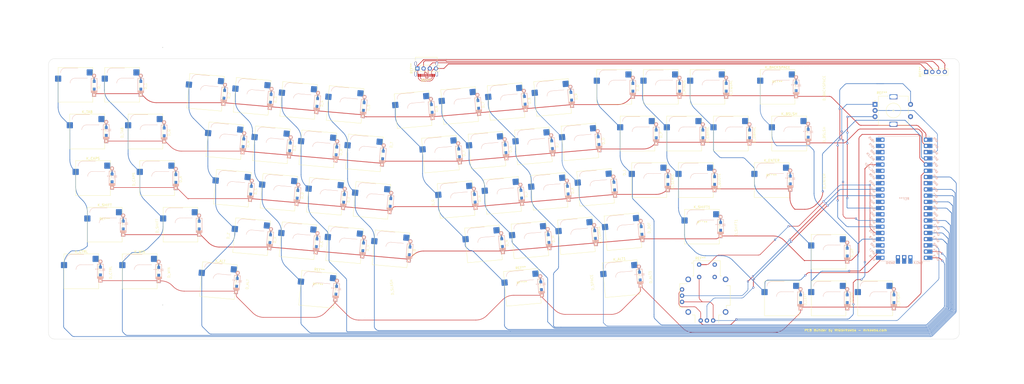
<source format=kicad_pcb>
(kicad_pcb (version 20221018) (generator pcbnew)
  (layers (0 "F.Cu" signal) (31 "B.Cu" signal) (34 "B.Paste" user) (35 "F.Paste" user) (36 "B.SilkS" user "B.Silkscreen") (37 "F.SilkS" user "F.Silkscreen") (38 "B.Mask" user) (39 "F.Mask" user) (44 "Edge.Cuts" user))
  (net 0 "")
  (footprint "Mounting_Keyboard_Stabilizer:Stabilizer_Cherry_MX_3.00u" (layer "F.Cu") (at 144.015867 197.887285 -5)
    (fp_text reference "REF**")
    (fp_text value "Stabilizer_Cherry_MX_3.00u")
  )
  (footprint "keyboard_parts:hotswap mx with diode" (layer "F.Cu") (at 268.694472 174.238508 5)
    (fp_text reference "K_DOT" hide)
    (fp_text value "KEYSW" hide)
  )
  (footprint "keyboard_parts:nothing" (layer "F.Cu") (at 362.666625 182.912709 90)
    (fp_text reference "D_UP")
    (fp_text value "D")
  )
  (footprint "keyboard_parts:hotswap mx with diode" (layer "F.Cu") (at 232.163197 139.189045 5)
    (fp_text reference "K_I" hide)
    (fp_text value "KEYSW" hide)
  )
  (footprint "keyboard_parts:nothing" (layer "F.Cu") (at 284.684125 134.602709 90)
    (fp_text reference "D_P")
    (fp_text value "D")
  )
  (footprint "keyboard_parts:hotswap mx with diode" (layer "F.Cu") (at 109.304462 156.459341 -5)
    (fp_text reference "K_S" hide)
    (fp_text value "KEYSW" hide)
  )
  (footprint "keyboard_parts:nothing" (layer "F.Cu") (at 191.665794 162.356786 95)
    (fp_text reference "D_G")
    (fp_text value "D")
  )
  (footprint "keyboard_parts:nothing" (layer "F.Cu") (at 108.098665 175.978525 85)
    (fp_text reference "D_Z")
    (fp_text value "D")
  )
  (footprint "keyboard_parts:nothing" (layer "F.Cu") (at 351.359125 153.652709 90)
    (fp_text reference "D_ENTER")
    (fp_text value "D")
  )
  (footprint "Switch_Keyboard_Hotswap_Kailh:SW_Hotswap_Kailh_MX_3.00u" (layer "F.Cu") (at 227.638836 196.963267 5)
    (fp_text reference "REF**")
    (fp_text value "SW_Hotswap_Kailh_MX_3.00u")
  )
  (footprint "keyboard_parts:hotswap mx with diode" (layer "F.Cu") (at 45.245925 114.223103)
    (fp_text reference "K_`" hide)
    (fp_text value "KEYSW" hide)
  )
  (footprint "keyboard_parts:hotswap mx with diode" (layer "F.Cu") (at 293.709125 134.102709)
    (fp_text reference "K_CBRAC" hide)
    (fp_text value "KEYSW" hide)
  )
  (footprint "keyboard_parts:hotswap mx with diode" (layer "F.Cu") (at 155.087917 179.587642 -5)
    (fp_text reference "K_V" hide)
    (fp_text value "KEYSW" hide)
  )
  (footprint "keyboard_parts:nothing" (layer "F.Cu") (at 362.666625 201.962709 90)
    (fp_text reference "D_DOWN")
    (fp_text value "D")
  )
  (footprint "keyboard_parts:hotswap mx with diode" (layer "F.Cu") (at 352.641625 182.412709)
    (fp_text reference "K_UP" hide)
    (fp_text value "KEYSW" hide)
  )
  (footprint "keyboard_parts:nothing" (layer "F.Cu") (at 275.159125 115.552709 90)
    (fp_text reference "D_0")
    (fp_text value "D")
  )
  (footprint "keyboard_parts:nothing" (layer "F.Cu") (at 294.209125 115.552709 90)
    (fp_text reference "D_MINUS")
    (fp_text value "D")
  )
  (footprint "keyboard_parts:hotswap mx with diode" (layer "F.Cu") (at 88.108425 171.373103)
    (fp_text reference "K_Z" hide)
    (fp_text value "KEYSW" hide)
  )
  (footprint "keyboard_parts:hotswap mx with diode" (layer "F.Cu") (at 200.612872 161.072108 5)
    (fp_text reference "K_H" hide)
    (fp_text value "KEYSW" hide)
  )
  (footprint "keyboard_parts:nothing" (layer "F.Cu") (at 256.663332 194.915773 95)
    (fp_text reference "D_SPACE")
    (fp_text value "D")
  )
  (footprint "keyboard_parts:nothing" (layer "F.Cu") (at 83.845925 133.773103 90)
    (fp_text reference "D_Q")
    (fp_text value "D")
  )
  (footprint "keyboard_parts:nothing" (layer "F.Cu") (at 322.784125 134.602709 90)
    (fp_text reference "D_OBRAC")
    (fp_text value "D")
  )
  (footprint "keyboard_parts:hotswap mx with diode" (layer "F.Cu") (at 239.991635 119.381377 5)
    (fp_text reference "K_9" hide)
    (fp_text value "KEYSW" hide)
  )
  (footprint "keyboard_parts:nothing" (layer "F.Cu") (at 138.225245 159.491491 85)
    (fp_text reference "D_D")
    (fp_text value "D")
  )
  (footprint "keyboard_parts:hotswap mx with diode" (layer "F.Cu") (at 352.641625 201.462709)
    (fp_text reference "K_DOWN" hide)
    (fp_text value "KEYSW" hide)
  )
  (footprint "keyboard_parts:hotswap mx with diode" (layer "F.Cu") (at 257.5454 156.091157 5)
    (fp_text reference "K_L" hide)
    (fp_text value "KEYSW" hide)
  )
  (footprint "keyboard_parts:hotswap mx with diode" (layer "F.Cu") (at 194.208179 142.509678 5)
    (fp_text reference "K_Y" hide)
    (fp_text value "KEYSW" hide)
  )
  (footprint "Switch_Keyboard_Hotswap_Kailh:SW_Hotswap_Kailh_MX_1.25u" (layer "F.Cu") (at 71.439675 190.423103)
    (fp_text reference "K_WIN")
    (fp_text value "KEYSW")
  )
  (footprint "keyboard_parts:hotswap mx with diode" (layer "F.Cu") (at 265.134125 115.052709)
    (fp_text reference "K_0" hide)
    (fp_text value "KEYSW" hide)
  )
  (footprint "keyboard_parts:nothing" (layer "F.Cu") (at 223.216118 140.473722 95)
    (fp_text reference "D_U")
    (fp_text value "D")
  )
  (footprint "Mounting_Keyboard_Stabilizer:Stabilizer_Cherry_MX_2.00u" (layer "F.Cu") (at 57.125425 171.068103)
    (fp_text reference "REF**")
    (fp_text value "Stabilizer_Cherry_MX_2.00u")
  )
  (footprint "keyboard_parts:nothing" (layer "F.Cu") (at 116.163675 138.438586 85)
    (fp_text reference "D_W")
    (fp_text value "D")
  )
  (footprint "keyboard_parts:nothing" (layer "F.Cu") (at 165.267766 123.611869 85)
    (fp_text reference "D_5")
    (fp_text value "D")
  )
  (footprint "keyboard_parts:hotswap mx with diode" (layer "F.Cu") (at 333.591625 201.462709)
    (fp_text reference "K_LEFT" hide)
    (fp_text value "KEYSW" hide)
  )
  (footprint "keyboard_parts:hotswap mx with diode" (layer "F.Cu") (at 64.295925 114.223103)
    (fp_text reference "K_1" hide)
    (fp_text value "KEYSW" hide)
  )
  (footprint "keyboard_parts:nothing" (layer "F.Cu") (at 248.598321 157.375835 95)
    (fp_text reference "D_K")
    (fp_text value "D")
  )
  (footprint "keyboard_parts:hotswap mx with diode" (layer "F.Cu") (at 147.25948 159.779975 -5)
    (fp_text reference "K_F" hide)
    (fp_text value "KEYSW" hide)
  )
  (footprint "keyboard_parts:nothing" (layer "F.Cu") (at 64.795925 133.773103 90)
    (fp_text reference "D_TAB")
    (fp_text value "D")
  )
  (footprint "keyboard_parts:nothing" (layer "F.Cu") (at 269.745157 149.919796 95)
    (fp_text reference "D_L")
    (fp_text value "D")
  )
  (footprint "keyboard_parts:hotswap mx with diode" (layer "F.Cu") (at 128.281971 158.119658 -5)
    (fp_text reference "K_D" hide)
    (fp_text value "KEYSW" hide)
  )
  (footprint "Mounting_Keyboard_Stabilizer:Stabilizer_Cherry_MX_2.00u" (layer "F.Cu") (at 329.333625 153.287709)
    (fp_text reference "REF**")
    (fp_text value "Stabilizer_Cherry_MX_2.00u")
  )
  (footprint "keyboard_parts:nothing" (layer "F.Cu") (at 157.202754 161.151808 85)
    (fp_text reference "D_F")
    (fp_text value "D")
  )
  (footprint "keyboard_parts:nothing" (layer "F.Cu") (at 289.446625 153.652709 90)
    (fp_text reference "D_SEMIC")
    (fp_text value "D")
  )
  (footprint "keyboard_parts:nothing" (layer "F.Cu") (at 231.044555 120.666055 95)
    (fp_text reference "D_8")
    (fp_text value "D")
  )
  (footprint "keyboard_parts:nothing" (layer "F.Cu") (at 185.851942 178.416664 90)
    (fp_text reference "D_B")
    (fp_text value "D")
  )
  (footprint "keyboard_parts:nothing" (layer "F.Cu") (at 212.067045 122.326372 95)
    (fp_text reference "D_7")
    (fp_text value "D")
  )
  (footprint "keyboard_parts:nothing" (layer "F.Cu") (at 60.033425 190.923103 90)
    (fp_text reference "D_CTRL")
    (fp_text value "D")
  )
  (footprint "Switch_Keyboard_Hotswap_Kailh:SW_Hotswap_Kailh_MX_1.75u" (layer "F.Cu") (at 52.389675 152.323103)
    (fp_text reference "K_CAPS")
    (fp_text value "KEYSW")
  )
  (footprint "keyboard_parts:hotswap mx with diode" (layer "F.Cu") (at 166.236989 161.440291 -5)
    (fp_text reference "K_G" hide)
    (fp_text value "KEYSW" hide)
  )
  (footprint "keyboard_parts:hotswap mx with diode" (layer "F.Cu") (at 213.185688 140.849362 5)
    (fp_text reference "K_U" hide)
    (fp_text value "KEYSW" hide)
  )
  (footprint "keyboard_parts:nothing" (layer "F.Cu") (at 279.921625 172.702709 90)
    (fp_text reference "D_DOT")
    (fp_text value "D")
  )
  (footprint "keyboard_parts:nothing" (layer "F.Cu") (at 240.769882 177.183503 95)
    (fp_text reference "D_M")
    (fp_text value "D")
  )
  (footprint "keyboard_parts:hotswap mx with diode" (layer "F.Cu") (at 78.583425 152.323103)
    (fp_text reference "K_A" hide)
    (fp_text value "KEYSW" hide)
  )
  (footprint "Connector_PinHeader_2.54mm:PinHeader_1x04_P2.54mm_Vertical" (layer "F.Cu") (at 184.767347 107.533966 90)
    (fp_text reference "REF**")
    (fp_text value "PinHeader_1x04_P2.54mm_Vertical")
  )
  (footprint "keyboard_parts:hotswap mx with diode" (layer "F.Cu") (at 284.184125 115.052709)
    (fp_text reference "K_MINUS" hide)
    (fp_text value "KEYSW" hide)
  )
  (footprint "keyboard_parts:nothing" (layer "F.Cu") (at 229.620812 159.036152 95)
    (fp_text reference "D_J")
    (fp_text value "D")
  )
  (footprint "keyboard_parts:nothing" (layer "F.Cu") (at 308.496625 153.652709 90)
    (fp_text reference "D_QUOTE")
    (fp_text value "D")
  )
  (footprint "Switch_Keyboard_Hotswap_Kailh:SW_Hotswap_Kailh_MX_3.00u" (layer "F.Cu") (at 144.100604 197.779259 -5)
    (fp_text reference "REF**")
    (fp_text value "SW_Hotswap_Kailh_MX_3.00u")
  )
  (footprint "COM-09032:XDCR_COM-09032" (layer "F.Cu") (at 302.971625 200.382709)
    (fp_text reference "REF**")
    (fp_text value "XDCR_COM-09032")
  )
  (footprint "keyboard_parts:hotswap mx with diode" (layer "F.Cu") (at 274.659125 134.102709)
    (fp_text reference "K_P" hide)
    (fp_text value "KEYSW" hide)
  )
  (footprint "Mounting_Keyboard_Stabilizer:Stabilizer_Cherry_MX_2.00u" (layer "F.Cu") (at 301.043625 172.487709)
    (fp_text reference "REF**")
    (fp_text value "Stabilizer_Cherry_MX_2.00u")
  )
  (footprint "keyboard_parts:nothing" (layer "F.Cu") (at 250.022063 119.005737 95)
    (fp_text reference "D_9")
    (fp_text value "D")
  )
  (footprint "keyboard_parts:nothing" (layer "F.Cu") (at 221.792373 178.843819 95)
    (fp_text reference "D_N")
    (fp_text value "D")
  )
  (footprint "Mounting_Keyboard_Stabilizer:Stabilizer_Cherry_MX_2.00u" (layer "F.Cu") (at 331.681625 115.092709)
    (fp_text reference "REF**")
    (fp_text value "Stabilizer_Cherry_MX_2.00u")
  )
  (footprint "Switch_Keyboard_Hotswap_Kailh:SW_Hotswap_Kailh_MX_2.25u" (layer "F.Cu") (at 57.152175 171.373103)
    (fp_text reference "K_SHIFT")
    (fp_text value "KEYSW")
  )
  (footprint "keyboard_parts:nothing" (layer "F.Cu") (at 351.359125 115.552709 90)
    (fp_text reference "D_BACKSPACE")
    (fp_text value "D")
  )
  (footprint "Switch_Keyboard_Hotswap_Kailh:SW_Hotswap_Kailh_MX_1.25u" (layer "F.Cu") (at 267.9826 193.423556 5)
    (fp_text reference "K_ALT1")
    (fp_text value "KEYSW")
  )
  (footprint "keyboard_parts:hotswap mx with diode" (layer "F.Cu") (at 106.220402 137.066753 -5)
    (fp_text reference "K_W" hide)
    (fp_text value "KEYSW" hide)
  )
  (footprint "keyboard_parts:nothing" (layer "F.Cu") (at 127.312748 120.291236 85)
    (fp_text reference "D_3")
    (fp_text value "D")
  )
  (footprint "keyboard_parts:nothing" (layer "F.Cu") (at 315.371625 172.577709 90)
    (fp_text reference "D_SHIFT1")
    (fp_text value "D")
  )
  (footprint "keyboard_parts:hotswap mx with diode" (layer "F.Cu") (at 98.391964 117.259086 -5)
    (fp_text reference "K_2" hide)
    (fp_text value "KEYSW" hide)
  )
  (footprint "keyboard_parts:nothing" (layer "F.Cu") (at 242.193626 138.813406 95)
    (fp_text reference "D_I")
    (fp_text value "D")
  )
  (footprint "Switch_Keyboard_Hotswap_Kailh:SW_Hotswap_Kailh_MX_2.25u" (layer "F.Cu") (at 300.929625 172.192709)
    (fp_text reference "K_SHIFT1")
    (fp_text value "KEYSW")
  )
  (footprint "keyboard_parts:nothing" (layer "F.Cu") (at 193.089536 123.986688 95)
    (fp_text reference "D_6")
    (fp_text value "D")
  )
  (footprint "Mounting_Keyboard_Stabilizer:Stabilizer_Cherry_MX_3.00u" (layer "F.Cu") (at 227.574144 197.084366 5)
    (fp_text reference "REF**")
    (fp_text value "Stabilizer_Cherry_MX_3.00u")
  )
  (footprint "keyboard_parts:nothing" (layer "F.Cu") (at 135.141184 140.098904 85)
    (fp_text reference "D_E")
    (fp_text value "D")
  )
  (footprint "keyboard_parts:hotswap mx with diode" (layer "F.Cu") (at 174.065426 181.247959 -5)
    (fp_text reference "K_B" hide)
    (fp_text value "KEYSW" hide)
  )
  (footprint "keyboard_parts:hotswap mx with diode" (layer "F.Cu") (at 117.369474 118.919402 -5)
    (fp_text reference "K_3" hide)
    (fp_text value "KEYSW" hide)
  )
  (footprint "keyboard_parts:hotswap mx with diode" (layer "F.Cu") (at 230.739453 177.559142 5)
    (fp_text reference "K_M" hide)
    (fp_text value "KEYSW" hide)
  )
  (footprint "keyboard_parts:hotswap mx with diode" (layer "F.Cu") (at 221.014126 121.041694 5)
    (fp_text reference "K_8" hide)
    (fp_text value "KEYSW" hide)
  )
  (footprint "keyboard_parts:hotswap mx with diode" (layer "F.Cu") (at 279.421625 153.152709)
    (fp_text reference "K_SEMIC" hide)
    (fp_text value "KEYSW" hide)
  )
  (footprint "keyboard_parts:nothing" (layer "F.Cu") (at 74.320925 114.723103 90)
    (fp_text reference "D_1")
    (fp_text value "D")
  )
  (footprint "keyboard_parts:nothing" (layer "F.Cu") (at 343.616625 201.962709 90)
    (fp_text reference "D_LEFT")
    (fp_text value "D")
  )
  (footprint "keyboard_parts:nothing" (layer "F.Cu") (at 204.238609 142.134039 95)
    (fp_text reference "D_Y")
    (fp_text value "D")
  )
  (footprint "keyboard_parts:nothing" (layer "F.Cu") (at 154.118694 141.759221 85)
    (fp_text reference "D_R")
    (fp_text value "D")
  )
  (footprint "keyboard_parts:nothing" (layer "F.Cu") (at 259.747392 175.523186 95)
    (fp_text reference "D_COMMA")
    (fp_text value "D")
  )
  (footprint "keyboard_parts:nothing" (layer "F.Cu") (at 210.643303 160.696468 95)
    (fp_text reference "D_H")
    (fp_text value "D")
  )
  (footprint "keyboard_parts:nothing" (layer "F.Cu") (at 146.053682 179.29916 85)
    (fp_text reference "D_C")
    (fp_text value "D")
  )
  (footprint "Connector_USB:USB_C_Receptacle_Palconn_UTC16-G" (layer "F.Cu") (at 188.41927 107.81536 180)
    (fp_text reference "REF**")
    (fp_text value "USB_C_Receptacle_Palconn_UTC16-G")
  )
  (footprint "keyboard_parts:hotswap mx with diode" (layer "F.Cu") (at 249.716963 175.898825 5)
    (fp_text reference "K_COMMA" hide)
    (fp_text value "KEYSW" hide)
  )
  (footprint "keyboard_parts:hotswap mx with diode" (layer "F.Cu") (at 251.140706 137.528728 5)
    (fp_text reference "K_O" hide)
    (fp_text value "KEYSW" hide)
  )
  (footprint "keyboard_parts:hotswap mx with diode" (layer "F.Cu") (at 202.036616 122.702011 5)
    (fp_text reference "K_7" hide)
    (fp_text value "KEYSW" hide)
  )
  (footprint "Connector_PinHeader_2.54mm:PinHeader_1x04_P2.54mm_Vertical" (layer "F.Cu") (at 392.443344 108.93616 90)
    (fp_text reference "REF**")
    (fp_text value "PinHeader_1x04_P2.54mm_Vertical")
  )
  (footprint "keyboard_parts:nothing" (layer "F.Cu") (at 313.259125 115.552709 90)
    (fp_text reference "D_EQUAL")
    (fp_text value "D")
  )
  (footprint "keyboard_parts:hotswap mx with diode" (layer "F.Cu") (at 238.56789 157.751474 5)
    (fp_text reference "K_K" hide)
    (fp_text value "KEYSW" hide)
  )
  (footprint "keyboard_parts:nothing" (layer "F.Cu") (at 280.402371 192.744579 95)
    (fp_text reference "D_ALT1")
    (fp_text value "D")
  )
  (footprint "keyboard_parts:nothing" (layer "F.Cu") (at 165.031191 180.959476 85)
    (fp_text reference "D_V")
    (fp_text value "D")
  )
  (footprint "keyboard_parts:nothing" (layer "F.Cu") (at 69.558425 152.823103 90)
    (fp_text reference "D_CAPS")
    (fp_text value "D")
  )
  (footprint "keyboard_parts:nothing" (layer "F.Cu") (at 146.290257 121.951553 85)
    (fp_text reference "D_4")
    (fp_text value "D")
  )
  (footprint "keyboard_parts:nothing" (layer "F.Cu") (at 88.608425 152.823103 90)
    (fp_text reference "D_A")
    (fp_text value "D")
  )
  (footprint "keyboard_parts:hotswap mx with diode" (layer "F.Cu") (at 125.19791 138.727069 -5)
    (fp_text reference "K_E" hide)
    (fp_text value "KEYSW" hide)
  )
  (footprint "keyboard_parts:nothing" (layer "F.Cu") (at 127.076174 177.638842 85)
    (fp_text reference "D_X")
    (fp_text value "D")
  )
  (footprint "keyboard_parts:nothing" (layer "F.Cu") (at 83.845925 190.923103 90)
    (fp_text reference "D_WIN")
    (fp_text value "D")
  )
  (footprint "keyboard_parts:nothing" (layer "F.Cu") (at 119.247736 157.831174 85)
    (fp_text reference "D_S")
    (fp_text value "D")
  )
  (footprint "Switch_Keyboard_Hotswap_Kailh:SW_Hotswap_Kailh_MX_2.00u" (layer "F.Cu") (at 331.809125 115.052709)
    (fp_text reference "K_BACKSPACE")
    (fp_text value "KEYSW")
  )
  (footprint "Switch_Keyboard_Hotswap_Kailh:SW_Hotswap_Kailh_MX_1.50u" (layer "F.Cu") (at 336.571625 134.102709)
    (fp_text reference "K_BSLSH")
    (fp_text value "KEYSW")
  )
  (footprint "keyboard_parts:nothing" (layer "F.Cu") (at 55.270925 114.723103 90)
    (fp_text reference "D_`")
    (fp_text value "D")
  )
  (footprint "keyboard_parts:nothing" (layer "F.Cu") (at 381.716625 201.962709 90)
    (fp_text reference "D_RIGHT")
    (fp_text value "D")
  )
  (footprint "keyboard_parts:hotswap mx with diode" (layer "F.Cu") (at 312.759125 134.102709)
    (fp_text reference "K_OBRAC" hide)
    (fp_text value "KEYSW" hide)
  )
  (footprint "keyboard_parts:hotswap mx with diode" (layer "F.Cu") (at 219.590382 159.41179 5)
    (fp_text reference "K_J" hide)
    (fp_text value "KEYSW" hide)
  )
  (footprint "keyboard_parts:hotswap mx with diode" (layer "F.Cu") (at 155.324492 122.240036 -5)
    (fp_text reference "K_5" hide)
    (fp_text value "KEYSW" hide)
  )
  (footprint "keyboard_parts:hotswap mx with diode" (layer "F.Cu") (at 144.175419 140.387386 -5)
    (fp_text reference "K_R" hide)
    (fp_text value "KEYSW" hide)
  )
  (footprint "keyboard_parts:nothing" (layer "F.Cu") (at 115.927103 195.786192 85)
    (fp_text reference "D_ALT")
    (fp_text value "D")
  )
  (footprint "Switch_Keyboard_Hotswap_Kailh:SW_Hotswap_Kailh_MX_1.25u" (layer "F.Cu") (at 47.627175 190.423103)
    (fp_text reference "K_CTRL")
    (fp_text value "KEYSW")
  )
  (footprint "keyboard_parts:nothing" (layer "F.Cu") (at 108.335239 118.630919 85)
    (fp_text reference "D_2")
    (fp_text value "D")
  )
  (footprint "keyboard_parts:hotswap mx with diode" (layer "F.Cu") (at 298.471625 153.152709)
    (fp_text reference "K_QUOTE" hide)
    (fp_text value "KEYSW" hide)
  )
  (footprint "keyboard_parts:hotswap mx with diode" (layer "F.Cu") (at 183.059107 124.362328 5)
    (fp_text reference "K_6" hide)
    (fp_text value "KEYSW" hide)
  )
  (footprint "keyboard_parts:hotswap mx with diode" (layer "F.Cu") (at 211.761944 179.219458 5)
    (fp_text reference "K_N" hide)
    (fp_text value "KEYSW" hide)
  )
  (footprint "keyboard_parts:nothing" (layer "F.Cu") (at 79.083425 171.873103 90)
    (fp_text reference "D_SHIFT")
    (fp_text value "D")
  )
  (footprint "keyboard_parts:hotswap mx with diode" (layer "F.Cu") (at 117.1329 176.267008 -5)
    (fp_text reference "K_X" hide)
    (fp_text value "KEYSW" hide)
  )
  (footprint "keyboard_parts:nothing" (layer "F.Cu") (at 261.171136 137.153089 95)
    (fp_text reference "D_O")
    (fp_text value "D")
  )
  (footprint "keyboard_parts:nothing" (layer "F.Cu") (at 174.902934 196.924598 95)
    (fp_text reference "D_SLASH")
    (fp_text value "D")
  )
  (footprint "keyboard_parts:hotswap mx with diode" (layer "F.Cu") (at 303.234125 115.052709)
    (fp_text reference "K_EQUAL" hide)
    (fp_text value "KEYSW" hide)
  )
  (footprint "Switch_Keyboard_Hotswap_Kailh:SW_Hotswap_Kailh_MX_2.25u" (layer "F.Cu") (at 329.427875 153.152709)
    (fp_text reference "K_ENTER")
    (fp_text value "KEYSW")
  )
  (footprint "Rotary_Encoder:RotaryEncoder_Alps_EC11E-Switch_Vertical_H20mm" (layer "F.Cu") (at 371.600533 122.207056)
    (fp_text reference "REF**")
    (fp_text value "RotaryEncoder_Alps_EC11E-Switch_Vertical_H20mm")
  )
  (footprint "keyboard_parts:hotswap mx with diode" (layer "F.Cu") (at 136.110409 177.927325 -5)
    (fp_text reference "K_C" hide)
    (fp_text value "KEYSW" hide)
  )
  (footprint "keyboard_parts:hotswap mx with diode" (layer "F.Cu") (at 371.691625 201.462709)
    (fp_text reference "K_RIGHT" hide)
    (fp_text value "KEYSW" hide)
  )
  (footprint "keyboard_parts:hotswap mx with diode" (layer "F.Cu") (at 73.820925 133.273103)
    (fp_text reference "K_Q" hide)
    (fp_text value "KEYSW" hide)
  )
  (footprint "keyboard_parts:nothing" (layer "F.Cu") (at 174.656546 138.847613 80)
    (fp_text reference "D_T")
    (fp_text value "D")
  )
  (footprint "keyboard_parts:nothing" (layer "F.Cu") (at 303.734125 134.602709 90)
    (fp_text reference "D_CBRAC")
    (fp_text value "D")
  )
  (footprint "keyboard_parts:hotswap mx with diode" (layer "F.Cu") (at 163.152929 142.047703 -5)
    (fp_text reference "K_T" hide)
    (fp_text value "KEYSW" hide)
  )
  (footprint "Switch_Keyboard_Hotswap_Kailh:SW_Hotswap_Kailh_MX_1.25u" (layer "F.Cu") (at 103.61164 194.206818 -5)
    (fp_text reference "K_ALT")
    (fp_text value "KEYSW")
  )
  (footprint "Switch_Keyboard_Hotswap_Kailh:SW_Hotswap_Kailh_MX_1.50u" (layer "F.Cu") (at 50.008425 133.273103)
    (fp_text reference "K_TAB")
    (fp_text value "KEYSW")
  )
  (footprint "keyboard_parts:nothing" (layer "F.Cu") (at 351.359125 134.602709 90)
    (fp_text reference "D_BSLSH")
    (fp_text value "D")
  )
  (footprint "keyboard_parts:hotswap mx with diode" (layer "F.Cu") (at 136.346983 120.579719 -5)
    (fp_text reference "K_4" hide)
    (fp_text value "KEYSW" hide)
  )
  (footprint "keyboard_parts:diode smd tht" (layer "B.Cu") (at 55.329907 190.358312 180)
    (fp_text reference "REF**")
    (fp_text value "diode smd tht")
  )
  (footprint "keyboard_parts:diode smd tht" (layer "B.Cu") (at 336.911862 153.148376 180)
    (fp_text reference "REF**")
    (fp_text value "diode smd tht")
  )
  (footprint "MCU_RaspberryPi_and_Boards:RPi_Pico_SMD_TH" (layer "B.Cu") (at 383.484586 160.766081 180)
    (fp_text reference "REF**")
    (fp_text value "RPi_Pico_SMD_TH")
  )
  (footprint "keyboard_parts:diode smd tht" (layer "B.Cu") (at 344.219441 134.069383 180)
    (fp_text reference "REF**")
    (fp_text value "diode smd tht")
  )
  (footprint "keyboard_parts:diode smd tht" (layer "B.Cu") (at 57.705201 133.316245 180)
    (fp_text reference "REF**")
    (fp_text value "diode smd tht")
  )
  (footprint "keyboard_parts:diode smd tht" (layer "B.Cu") (at 308.470006 172.111964 180)
    (fp_text reference "REF**")
    (fp_text value "diode smd tht")
  )
  (footprint "keyboard_parts:diode smd tht" (layer "B.Cu") (at 60.099656 152.310666 180)
    (fp_text reference "REF**")
    (fp_text value "diode smd tht")
  )
  (footprint "keyboard_parts:diode smd tht" (layer "B.Cu") (at 235.211932 196.383051 -175)
    (fp_text reference "REF**")
    (fp_text value "diode smd tht")
  )
  (footprint "keyboard_parts:diode smd tht" (layer "B.Cu") (at 79.11588 190.48517 180)
    (fp_text reference "REF**")
    (fp_text value "diode smd tht")
  )
  (footprint "keyboard_parts:diode smd tht" (layer "B.Cu") (at 64.637617 171.561183 180)
    (fp_text reference "REF**")
    (fp_text value "diode smd tht")
  )
  (footprint "keyboard_parts:diode smd tht" (layer "B.Cu") (at 339.306058 115.057342 180)
    (fp_text reference "REF**")
    (fp_text value "diode smd tht")
  )
  (footprint "keyboard_parts:diode smd tht" (layer "B.Cu") (at 151.560071 198.213973 175)
    (fp_text reference "REF**")
    (fp_text value "diode smd tht")
  )
  (footprint "keyboard_parts:diode smd tht" (layer "B.Cu") (at 111.038288 194.993764 175)
    (fp_text reference "REF**")
    (fp_text value "diode smd tht")
  )
  (footprint "keyboard_parts:diode smd tht" (layer "B.Cu") (at 275.492322 192.430797 -175)
    (fp_text reference "REF**")
    (fp_text value "diode smd tht")
  )
  (gr_line (start 34.202072 215.587358) (end 34.202072 106.013003) (stroke (width 0.1)) (layer "Edge.Cuts"))
  (gr_arc (start 34.202072 106.013003) (mid 34.946018 104.21694) (end 36.742072 103.473003) (stroke (width 0.1)) (layer "Edge.Cuts"))
  (gr_arc (start 36.742072 218.127358) (mid 34.94602 217.38341) (end 34.202072 215.587358) (stroke (width 0.1)) (layer "Edge.Cuts"))
  (gr_arc (start 80.819675 98.928103) (mid 80.819675 98.928103) (end 80.819675 98.928103) (stroke (width 0.2)) (layer "Edge.Cuts"))
  (gr_line (start 405.983131 106.013003) (end 405.983131 215.587358) (stroke (width 0.1)) (layer "Edge.Cuts"))
  (gr_arc (start 80.819675 204.178103) (mid 80.819675 204.178103) (end 80.819675 204.178103) (stroke (width 0.2)) (layer "Edge.Cuts"))
  (gr_line (start 36.742072 103.473003) (end 403.443131 103.473003) (stroke (width 0.1)) (layer "Edge.Cuts"))
  (gr_arc (start 405.983131 215.587358) (mid 405.239199 217.383447) (end 403.443131 218.127358) (stroke (width 0.1)) (layer "Edge.Cuts"))
  (gr_arc (start 403.443131 103.473003) (mid 405.239182 104.216952) (end 405.983131 106.013003) (stroke (width 0.1)) (layer "Edge.Cuts"))
  (gr_line (start 403.443131 218.127358) (end 36.742072 218.127358) (stroke (width 0.1)) (layer "Edge.Cuts"))
  (gr_text "PCB Builder by MisterKeebs - mrkeebs.com" (at 376.613387 214.510246) (layer "F.SilkS") (effects (font (size 1 1) (thickness 0.3)) (justify right)))
  (segment (start 351.517298 162.694556) (end 336.774753 177.437101) (width 0.25) (layer "F.Cu") (net 0))
  (segment (start 397.523344 107.526858) (end 397.618253 107.431949) (width 0.25) (layer "F.Cu") (net 0))
  (segment (start 196.446239 104.390431) (end 196.68 104.624192) (width 0.25) (layer "F.Cu") (net 0))
  (segment (start 363.671676 168.720717) (end 363.82686 168.875901) (width 0.2) (layer "F.Cu") (net 0))
  (segment (start 362.701133 195.015161) (end 362.701133 203.858771) (width 0.25) (layer "F.Cu") (net 0))
  (segment (start 344.159441 137.939383) (end 358.822602 137.939383) (width 0.25) (layer "F.Cu") (net 0))
  (segment (start 336.774753 177.437101) (end 336.774753 177.540558) (width 0.25) (layer "F.Cu") (net 0))
  (segment (start 57.645201 137.186245) (end 81.147783 137.186245) (width 0.2) (layer "F.Cu") (net 0))
  (segment (start 190.992886 127.271926) (end 163.947353 127.271926) (width 0.25) (layer "F.Cu") (net 0))
  (segment (start 73.775116 119.642294) (end 71.945925 117.813103) (width 0.25) (layer "F.Cu") (net 0))
  (segment (start 374.594586 146.796081) (end 369.662315 146.796081) (width 0.25) (layer "F.Cu") (net 0))
  (segment (start 185.139322 106.102281) (end 187.028266 104.213336) (width 0.25) (layer "F.Cu") (net 0))
  (segment (start 308.410006 175.981964) (end 330.023331 175.981964) (width 0.25) (layer "F.Cu") (net 0))
  (segment (start 358.893819 168.081119) (end 359.533417 168.720717) (width 0.2) (layer "F.Cu") (net 0))
  (segment (start 186.437498 111.911367) (end 190.223239 111.911367) (width 0.2) (layer "F.Cu") (net 0))
  (segment (start 197.425434 105.722441) (end 389.642804 105.722441) (width 0.25) (layer "F.Cu") (net 0))
  (segment (start 188.966679 111.401032) (end 189.16927 111.198441) (width 0.2) (layer "F.Cu") (net 0))
  (segment (start 190.56658 110.07267) (end 190.56658 108.656487) (width 0.2) (layer "F.Cu") (net 0))
  (segment (start 390.425661 152.103001) (end 390.425661 198.908283) (width 0.25) (layer "F.Cu") (net 0))
  (segment (start 188.16927 110.32536) (end 188.16927 111.262679) (width 0.2) (layer "F.Cu") (net 0))
  (segment (start 265.479179 159.000755) (end 282.183323 159.000755) (width 0.25) (layer "F.Cu") (net 0))
  (segment (start 399.0548 186.121303) (end 398.201552 185.268055) (width 0.25) (layer "F.Cu") (net 0))
  (segment (start 366.291219 134.488472) (end 389.18527 134.488472) (width 0.25) (layer "F.Cu") (net 0))
  (segment (start 368.764289 147.168056) (end 367.390443 148.541902) (width 0.25) (layer "F.Cu") (net 0))
  (segment (start 189.847347 107.533966) (end 189.847347 106.29917) (width 0.25) (layer "F.Cu") (net 0))
  (segment (start 189.16927 111.198441) (end 189.16927 110.32536) (width 0.2) (layer "F.Cu") (net 0))
  (segment (start 362.701133 203.858771) (end 362.747114 203.904752) (width 0.25) (layer "F.Cu") (net 0))
  (segment (start 84.67251 196.215042) (end 85.134046 196.676578) (width 0.2) (layer "F.Cu") (net 0))
  (segment (start 358.018826 133.301999) (end 358.018826 136.394623) (width 0.2) (layer "F.Cu") (net 0))
  (segment (start 319.729208 194.539001) (end 320.741201 193.527008) (width 0.25) (layer "F.Cu") (net 0))
  (segment (start 186.01927 111.493139) (end 186.437498 111.911367) (width 0.2) (layer "F.Cu") (net 0))
  (segment (start 85.965862 156.180666) (end 86.233425 155.913103) (width 0.2) (layer "F.Cu") (net 0))
  (segment (start 357.235453 124.078624) (end 357.177977 124.021148) (width 0.25) (layer "F.Cu") (net 0))
  (segment (start 235.428107 200.218746) (end 235.428107 200.795648) (width 0.2) (layer "F.Cu") (net 0))
  (segment (start 272.784125 118.642709) (end 338.961425 118.642709) (width 0.25) (layer "F.Cu") (net 0))
  (segment (start 151.308087 203.416352) (end 151.308087 202.401697) (width 0.2) (layer "F.Cu") (net 0))
  (segment (start 358.018826 136.394623) (end 358.526315 136.902112) (width 0.2) (layer "F.Cu") (net 0))
  (segment (start 185.21927 110.32536) (end 185.21927 109.884787) (width 0.2) (layer "F.Cu") (net 0))
  (segment (start 187.863143 109.178634) (end 187.863143 108.089762) (width 0.2) (layer "F.Cu") (net 0))
  (segment (start 292.835052 204.908683) (end 297.70698 204.908683) (width 0.2) (layer "F.Cu") (net 0))
  (segment (start 185.21927 109.884787) (end 184.97066 109.636177) (width 0.2) (layer "F.Cu") (net 0))
  (segment (start 365.886162 130.764039) (end 388.486792 130.764039) (width 0.25) (layer "F.Cu") (net 0))
  (segment (start 281.42338 138.578454) (end 282.309125 137.692709) (width 0.25) (layer "F.Cu") (net 0))
  (segment (start 336.851862 157.018376) (end 336.851862 160.440542) (width 0.25) (layer "F.Cu") (net 0))
  (segment (start 305.800425 185.309345) (end 306.934318 184.175452) (width 0.2) (layer "F.Cu") (net 0))
  (segment (start 390.425661 151.285006) (end 390.425661 152.103001) (width 0.25) (layer "F.Cu") (net 0))
  (segment (start 268.335654 206.173692) (end 275.507247 199.002099) (width 0.2) (layer "F.Cu") (net 0))
  (segment (start 366.05772 193.796674) (end 364.445671 193.796674) (width 0.25) (layer "F.Cu") (net 0))
  (segment (start 298.605006 205.280658) (end 300.059651 206.735303) (width 0.2) (layer "F.Cu") (net 0))
  (segment (start 353.895389 119.299317) (end 364.988137 130.392065) (width 0.25) (layer "F.Cu") (net 0))
  (segment (start 95.290345 175.431183) (end 95.758425 174.963103) (width 0.25) (layer "F.Cu") (net 0))
  (segment (start 395.708869 104.996514) (end 397.246279 106.533924) (width 0.25) (layer "F.Cu") (net 0))
  (segment (start 187.863143 108.089762) (end 187.307347 107.533966) (width 0.2) (layer "F.Cu") (net 0))
  (segment (start 186.718321 112.662385) (end 189.840883 112.662385) (width 0.2) (layer "F.Cu") (net 0))
  (segment (start 110.842738 198.53645) (end 110.842738 200.123519) (width 0.2) (layer "F.Cu") (net 0))
  (segment (start 343.912767 137.692709) (end 344.159441 137.939383) (width 0.25) (layer "F.Cu") (net 0))
  (segment (start 342.784378 186.112755) (end 342.894424 186.002709) (width 0.25) (layer "F.Cu") (net 0))
  (segment (start 91.094202 160.77388) (end 91.415771 160.77388) (width 0.2) (layer "F.Cu") (net 0))
  (segment (start 373.890104 182.356081) (end 374.594586 182.356081) (width 0.25) (layer "F.Cu") (net 0))
  (segment (start 363.547645 194.168649) (end 362.701133 195.015161) (width 0.25) (layer "F.Cu") (net 0))
  (segment (start 343.139882 192.067141) (end 343.905929 191.301094) (width 0.25) (layer "F.Cu") (net 0))
  (segment (start 208.546651 163.981706) (end 265.479179 159.000754) (width 0.25) (layer "F.Cu") (net 0))
  (segment (start 321.919677 193.878032) (end 322.195561 193.602148) (width 0.25) (layer "F.Cu") (net 0))
  (segment (start 190.992885 127.271926) (end 247.925413 122.290975) (width 0.25) (layer "F.Cu") (net 0))
  (segment (start 360.316524 133.716512) (end 360.316524 127.336696) (width 0.25) (layer "F.Cu") (net 0))
  (segment (start 369.543968 155.137418) (end 369.543968 172.250692) (width 0.2) (layer "F.Cu") (net 0))
  (segment (start 330.342408 215.480997) (end 297.549511 215.480997) (width 0.2) (layer "F.Cu") (net 0))
  (segment (start 300.1686 202.003961) (end 301.087348 202.922709) (width 0.2) (layer "F.Cu") (net 0))
  (segment (start 397.583671 182.356081) (end 392.374586 182.356081) (width 0.2) (layer "F.Cu") (net 0))
  (segment (start 185.21927 110.32536) (end 185.21927 111.689385) (width 0.2) (layer "F.Cu") (net 0))
  (segment (start 247.925414 122.290975) (end 266.505603 122.290975) (width 0.25) (layer "F.Cu") (net 0))
  (segment (start 187.863143 109.178634) (end 188.414911 109.178634) (width 0.2) (layer "F.Cu") (net 0))
  (segment (start 184.97066 107.737279) (end 184.767347 107.533966) (width 0.2) (layer "F.Cu") (net 0))
  (segment (start 184.767347 107.533966) (end 184.767347 107.000307) (width 0.25) (layer "F.Cu") (net 0))
  (segment (start 360.291625 186.002709) (end 361.388278 186.002709) (width 0.25) (layer "F.Cu") (net 0))
  (segment (start 338.868391 165.087327) (end 342.945779 165.087327) (width 0.25) (layer "F.Cu") (net 0))
  (segment (start 191.129843 108.093224) (end 191.325261 107.897806) (width 0.2) (layer "F.Cu") (net 0))
  (segment (start 111.214713 201.021545) (end 117.576972 207.383804) (width 0.2) (layer "F.Cu") (net 0))
  (segment (start 390.54083 106.094416) (end 392.166279 107.719865) (width 0.25) (layer "F.Cu") (net 0))
  (segment (start 79.05588 194.35517) (end 80.182382 194.35517) (width 0.2) (layer "F.Cu") (net 0))
  (segment (start 287.071625 156.742709) (end 336.576195 156.742709) (width 0.25) (layer "F.Cu") (net 0))
  (segment (start 189.16927 110.32536) (end 189.16927 108.212043) (width 0.2) (layer "F.Cu") (net 0))
  (segment (start 184.861924 106.513432) (end 184.952562 106.33555) (width 0.25) (layer "F.Cu") (net 0))
  (segment (start 314.973461 210.013711) (end 313.075859 211.911313) (width 0.25) (layer "F.Cu") (net 0))
  (segment (start 365.382921 135.39677) (end 366.291219 134.488472) (width 0.25) (layer "F.Cu") (net 0))
  (segment (start 360.257613 138.143584) (end 360.270543 138.130654) (width 0.25) (layer "F.Cu") (net 0))
  (segment (start 390.053686 199.806309) (end 385.17926 204.680735) (width 0.25) (layer "F.Cu") (net 0))
  (segment (start 286.673451 157.140883) (end 287.071625 156.742709) (width 0.25) (layer "F.Cu") (net 0))
  (segment (start 219.560143 202.078618) (end 213.14648 208.492281) (width 0.2) (layer "F.Cu") (net 0))
  (segment (start 338.711734 164.93067) (end 338.868391 165.087327) (width 0.25) (layer "F.Cu") (net 0))
  (segment (start 187.307347 104.941571) (end 187.858487 104.390431) (width 0.25) (layer "F.Cu") (net 0))
  (segment (start 182.875537 183.988928) (end 181.373426 185.491039) (width 0.25) (layer "F.Cu") (net 0))
  (segment (start 400.063344 106.297523) (end 400.158253 106.202614) (width 0.25) (layer "F.Cu") (net 0))
  (segment (start 184.769 106.900486) (end 184.80023 106.703302) (width 0.25) (layer "F.Cu") (net 0))
  (segment (start 358.521844 153.920697) (end 358.521844 167.183093) (width 0.2) (layer "F.Cu") (net 0))
  (segment (start 304.682477 203.294684) (end 305.511625 204.123832) (width 0.2) (layer "F.Cu") (net 0))
  (segment (start 341.241625 205.052709) (end 341.241625 206.685985) (width 0.2) (layer "F.Cu") (net 0))
  (segment (start 336.576195 156.742709) (end 336.851862 157.018376) (width 0.25) (layer "F.Cu") (net 0))
  (segment (start 352.104853 163.565771) (end 337.36662 178.304004) (width 0.25) (layer "F.Cu") (net 0))
  (segment (start 340.86965 207.584011) (end 334.832536 213.621125) (width 0.2) (layer "F.Cu") (net 0))
  (segment (start 357.235453 136.418681) (end 357.235453 124.078624) (width 0.25) (layer "F.Cu") (net 0))
  (segment (start 202.141958 145.419276) (end 171.858487 145.419276) (width 0.25) (layer "F.Cu") (net 0))
  (segment (start 324.852037 183.431503) (end 330.721935 177.561605) (width 0.2) (layer "F.Cu") (net 0))
  (segment (start 150.905687 202.804097) (end 151.308087 202.401697) (width 0.2) (layer "F.Cu") (net 0))
  (segment (start 305.511625 204.123832) (end 305.511625 210.542709) (width 0.2) (layer "F.Cu") (net 0))
  (segment (start 64.577617 175.431183) (end 95.290345 175.431183) (width 0.25) (layer "F.Cu") (net 0))
  (segment (start 392.374586 136.636081) (end 392.374586 134.651833) (width 0.25) (layer "F.Cu") (net 0))
  (segment (start 365.434746 190.285388) (end 365.492221 190.227913) (width 0.25) (layer "F.Cu") (net 0))
  (segment (start 301.087348 202.922709) (end 303.784451 202.922709) (width 0.2) (layer "F.Cu") (net 0))
  (segment (start 276.628251 177.148106) (end 306.717813 177.148106) (width 0.25) (layer "F.Cu") (net 0))
  (segment (start 190.223239 111.911367) (end 190.81927 111.315336) (width 0.2) (layer "F.Cu") (net 0))
  (segment (start 124.4409 180.510089) (end 181.373426 185.491039) (width 0.25) (layer "F.Cu") (net 0))
  (segment (start 78.929022 194.228312) (end 79.05588 194.35517) (width 0.2) (layer "F.Cu") (net 0))
  (segment (start 116.612463 160.702421) (end 173.54499 165.683372) (width 0.25) (layer "F.Cu") (net 0))
  (segment (start 95.758425 174.963103) (end 99.445538 178.650216) (width 0.25) (layer "F.Cu") (net 0))
  (segment (start 299.796625 187.682709) (end 302.747437 187.682709) (width 0.2) (layer "F.Cu") (net 0))
  (segment (start 356.369006 139.000782) (end 356.338831 138.970607) (width 0.25) (layer "F.Cu") (net 0))
  (segment (start 389.18527 134.488472) (end 389.840494 135.143696) (width 0.25) (layer "F.Cu") (net 0))
  (segment (start 303.799036 187.310734) (end 305.800425 185.309345) (width 0.2) (layer "F.Cu") (net 0))
  (segment (start 365.492221 190.227913) (end 372.992079 182.728055) (width 0.25) (layer "F.Cu") (net 0))
  (segment (start 384.281235 205.052709) (end 379.341625 205.052709) (width 0.25) (layer "F.Cu") (net 0))
  (segment (start 86.233425 155.913103) (end 91.094202 160.77388) (width 0.2) (layer "F.Cu") (net 0))
  (segment (start 392.374586 184.896081) (end 392.303642 184.967025) (width 0.25) (layer "F.Cu") (net 0))
  (segment (start 186.01927 110.32536) (end 186.01927 111.493139) (width 0.2) (layer "F.Cu") (net 0))
  (segment (start 292.811625 202.922709) (end 301.087348 202.922709) (width 0.2) (layer "F.Cu") (net 0))
  (segment (start 397.303527 184.896081) (end 392.374586 184.896081) (width 0.25) (layer "F.Cu") (net 0))
  (segment (start 392.002611 133.753807) (end 389.384817 131.136013) (width 0.25) (layer "F.Cu") (net 0))
  (segment (start 195.613909 107.533966) (end 197.425434 105.722441) (width 0.25) (layer "F.Cu") (net 0))
  (segment (start 187.66927 109.372507) (end 187.863143 109.178634) (width 0.2) (layer "F.Cu") (net 0))
  (segment (start 196.635478 103.909501) (end 397.86514 103.909501) (width 0.25) (layer "F.Cu") (net 0))
  (segment (start 320.741201 193.496516) (end 321.760634 192.477083) (width 0.25) (layer "F.Cu") (net 0))
  (segment (start 330.721935 177.561605) (end 330.75642 177.561605) (width 0.2) (layer "F.Cu") (net 0))
  (segment (start 191.689101 107.533966) (end 191.129843 108.093224) (width 0.25) (layer "F.Cu") (net 0))
  (segment (start 219.695723 182.129056) (end 187.365665 182.129056) (width 0.25) (layer "F.Cu") (net 0))
  (segment (start 389.840494 143.735938) (end 389.840494 141.809084) (width 0.25) (layer "F.Cu") (net 0))
  (segment (start 400.063344 108.93616) (end 400.063344 106.297523) (width 0.25) (layer "F.Cu") (net 0))
  (segment (start 55.269907 194.228312) (end 78.929022 194.228312) (width 0.2) (layer "F.Cu") (net 0))
  (segment (start 174.874679 164.353681) (end 173.544989 165.683371) (width 0.25) (layer "F.Cu") (net 0))
  (segment (start 196.676134 104.624539) (end 394.810843 104.624539) (width 0.25) (layer "F.Cu") (net 0))
  (segment (start 334.513459 177.841836) (end 342.784378 186.112755) (width 0.25) (layer "F.Cu") (net 0))
  (segment (start 350.595351 161.826446) (end 340.784329 171.637467) (width 0.2) (layer "F.Cu") (net 0))
  (segment (start 91.415771 160.77388) (end 91.48723 160.702421) (width 0.2) (layer "F.Cu") (net 0))
  (segment (start 291.527001 199.653384) (end 291.527001 203.600632) (width 0.2) (layer "F.Cu") (net 0))
  (segment (start 208.656352 210.352153) (end 160.874144 210.352153) (width 0.2) (layer "F.Cu") (net 0))
  (segment (start 190.94351 105.203007) (end 391.970574 105.203007) (width 0.25) (layer "F.Cu") (net 0))
  (segment (start 312.177834 212.283287) (end 301.767823 212.283287) (width 0.25) (layer "F.Cu") (net 0))
  (segment (start 185.069911 106.174039) (end 185.139322 106.102281) (width 0.25) (layer "F.Cu") (net 0))
  (segment (start 188.414911 109.178634) (end 188.66927 109.432993) (width 0.2) (layer "F.Cu") (net 0))
  (segment (start 392.374586 149.336081) (end 390.425661 151.285006) (width 0.25) (layer "F.Cu") (net 0))
  (segment (start 91.48723 160.702421) (end 116.612462 160.702421) (width 0.2) (layer "F.Cu") (net 0))
  (segment (start 392.374586 139.176081) (end 391.221169 138.022664) (width 0.25) (layer "F.Cu") (net 0))
  (segment (start 190.738909 112.29041) (end 190.875321 112.153998) (width 0.2) (layer "F.Cu") (net 0))
  (segment (start 196.639344 103.909154) (end 196.637012 103.911486) (width 0.25) (layer "F.Cu") (net 0))
  (segment (start 368.933522 190.557145) (end 374.594586 184.896081) (width 0.25) (layer "F.Cu") (net 0))
  (segment (start 187.858487 104.390431) (end 196.446239 104.390431) (width 0.25) (layer "F.Cu") (net 0))
  (segment (start 365.010946 182.380041) (end 365.010946 136.294796) (width 0.25) (layer "F.Cu") (net 0))
  (segment (start 338.961425 118.642709) (end 339.246058 118.927342) (width 0.25) (layer "F.Cu") (net 0))
  (segment (start 359.720628 137.567408) (end 364.638972 132.649064) (width 0.25) (layer "F.Cu") (net 0))
  (segment (start 397.523344 108.93616) (end 397.523344 107.526858) (width 0.25) (layer "F.Cu") (net 0))
  (segment (start 122.0671 209.243676) (end 142.638155 209.243676) (width 0.2) (layer "F.Cu") (net 0))
  (segment (start 191.61927 110.357947) (end 191.61927 110.32536) (width 0.2) (layer "F.Cu") (net 0))
  (segment (start 390.849195 137.124639) (end 390.849195 134.316192) (width 0.25) (layer "F.Cu") (net 0))
  (segment (start 60.039656 156.180666) (end 85.965862 156.180666) (width 0.2) (layer "F.Cu") (net 0))
  (segment (start 147.128283 207.383804) (end 150.905687 203.6064) (width 0.2) (layer "F.Cu") (net 0))
  (segment (start 192.387347 107.533966) (end 191.689101 107.533966) (width 0.25) (layer "F.Cu") (net 0))
  (segment (start 235.428107 200.218746) (end 224.050271 200.218746) (width 0.2) (layer "F.Cu") (net 0))
  (segment (start 321.919677 197.044947) (end 321.919677 193.878032) (width 0.25) (layer "F.Cu") (net 0))
  (segment (start 185.21927 111.689385) (end 185.820296 112.290411) (width 0.2) (layer "F.Cu") (net 0))
  (segment (start 189.16927 108.212043) (end 189.847347 107.533966) (width 0.2) (layer "F.Cu") (net 0))
  (segment (start 292.811625 197.842709) (end 291.898975 198.755359) (width 0.2) (layer "F.Cu") (net 0))
  (segment (start 372.029357 174.736081) (end 374.594586 174.736081) (width 0.2) (layer "F.Cu") (net 0))
  (segment (start 293.059383 213.621125) (end 275.879221 196.440962) (width 0.2) (layer "F.Cu") (net 0))
  (segment (start 113.528402 141.309833) (end 170.460929 146.290784) (width 0.25) (layer "F.Cu") (net 0))
  (segment (start 81.470925 136.863103) (end 84.057783 139.449961) (width 0.2) (layer "F.Cu") (net 0))
  (segment (start 196.637012 103.911486) (end 187.330116 103.911486) (width 0.25) (layer "F.Cu") (net 0))
  (segment (start 392.868599 105.574981) (end 394.706278 107.41266) (width 0.25) (layer "F.Cu") (net 0))
  (segment (start 361.043594 190.285388) (end 365.434746 190.285388) (width 0.25) (layer "F.Cu") (net 0))
  (segment (start 163.049327 126.899951) (end 162.632492 126.483116) (width 0.25) (layer "F.Cu") (net 0))
  (segment (start 219.695722 182.129055) (end 276.62825 177.148106) (width 0.25) (layer "F.Cu") (net 0))
  (segment (start 367.390443 148.541902) (end 367.454863 148.606322) (width 0.25) (layer "F.Cu") (net 0))
  (segment (start 235.428107 200.795648) (end 240.806151 206.173692) (width 0.2) (layer "F.Cu") (net 0))
  (segment (start 300.869797 211.911312) (end 300.431625 211.47314) (width 0.25) (layer "F.Cu") (net 0))
  (segment (start 307.832343 183.803478) (end 323.954011 183.803478) (width 0.2) (layer "F.Cu") (net 0))
  (segment (start 170.960461 145.791251) (end 170.460929 146.290783) (width 0.25) (layer "F.Cu") (net 0))
  (segment (start 52.895925 117.813103) (end 71.945925 117.813103) (width 0.25) (layer "F.Cu") (net 0))
  (segment (start 189.847347 106.29917) (end 190.94351 105.203007) (width 0.25) (layer "F.Cu") (net 0))
  (segment (start 291.898976 204.498658) (end 291.937027 204.536709) (width 0.2) (layer "F.Cu") (net 0))
  (segment (start 342.894424 186.002709) (end 360.291625 186.002709) (width 0.25) (layer "F.Cu") (net 0))
  (segment (start 299.796625 192.762709) (end 299.796625 201.105935) (width 0.2) (layer "F.Cu") (net 0))
  (segment (start 339.246058 118.927342) (end 352.997363 118.927342) (width 0.25) (layer "F.Cu") (net 0))
  (segment (start 187.66927 110.32536) (end 187.66927 109.372507) (width 0.2) (layer "F.Cu") (net 0))
  (segment (start 320.741201 193.527008) (end 320.741201 193.496516) (width 0.25) (layer "F.Cu") (net 0))
  (segment (start 187.028266 104.213336) (end 187.290462 103.951141) (width 0.25) (layer "F.Cu") (net 0))
  (segment (start 184.80023 106.703302) (end 184.861924 106.513432) (width 0.25) (layer "F.Cu") (net 0))
  (segment (start 89.624174 198.53645) (end 110.842738 198.53645) (width 0.2) (layer "F.Cu") (net 0))
  (segment (start 339.886303 172.009442) (end 336.308583 172.009442) (width 0.2) (layer "F.Cu") (net 0))
  (segment (start 188.66927 109.432993) (end 188.66927 110.32536) (width 0.2) (layer "F.Cu") (net 0))
  (segment (start 150.905687 203.6064) (end 150.905687 202.804097) (width 0.2) (layer "F.Cu") (net 0))
  (segment (start 347.435907 163.227455) (end 348.425786 162.237576) (width 0.25) (layer "F.Cu") (net 0))
  (segment (start 341.241625 205.052709) (end 379.341625 205.052709) (width 0.25) (layer "F.Cu") (net 0))
  (segment (start 192.387347 107.533966) (end 195.613909 107.533966) (width 0.25) (layer "F.Cu") (net 0))
  (segment (start 282.309125 137.692709) (end 343.912767 137.692709) (width 0.25) (layer "F.Cu") (net 0))
  (segment (start 245.296279 208.033564) (end 263.845526 208.033564) (width 0.2) (layer "F.Cu") (net 0))
  (segment (start 352.282073 163.565771) (end 352.104853 163.565771) (width 0.25) (layer "F.Cu") (net 0))
  (segment (start 188.307623 111.401032) (end 188.966679 111.401032) (width 0.2) (layer "F.Cu") (net 0))
  (segment (start 392.374586 146.796081) (end 390.212468 144.633963) (width 0.25) (layer "F.Cu") (net 0))
  (segment (start 187.330116 103.911486) (end 187.028266 104.213336) (width 0.25) (layer "F.Cu") (net 0))
  (segment (start 307.615839 176.776131) (end 308.410006 175.981964) (width 0.25) (layer "F.Cu") (net 0))
  (segment (start 105.699965 121.502166) (end 162.632492 126.483116) (width 0.25) (layer "F.Cu") (net 0))
  (segment (start 270.995731 120.431103) (end 272.784125 118.642709) (width 0.25) (layer "F.Cu") (net 0))
  (segment (start 275.879221 198.104074) (end 275.879221 196.440962) (width 0.2) (layer "F.Cu") (net 0))
  (segment (start 369.915943 173.148718) (end 371.131332 174.364107) (width 0.2) (layer "F.Cu") (net 0))
  (segment (start 389.840494 135.143696) (end 389.840494 141.809084) (width 0.25) (layer "F.Cu") (net 0))
  (segment (start 208.546651 163.981706) (end 175.772705 163.981706) (width 0.25) (layer "F.Cu") (net 0))
  (segment (start 81.147783 137.186245) (end 81.470925 136.863103) (width 0.2) (layer "F.Cu") (net 0))
  (segment (start 367.454863 148.606322) (end 367.454863 186.661533) (width 0.25) (layer "F.Cu") (net 0))
  (segment (start 365.536997 132.27709) (end 388.810093 132.27709) (width 0.25) (layer "F.Cu") (net 0))
  (segment (start 190.81927 111.315336) (end 190.81927 110.32536) (width 0.2) (layer "F.Cu") (net 0))
  (segment (start 300.431625 211.47314) (end 300.431625 210.542709) (width 0.25) (layer "F.Cu") (net 0))
  (segment (start 389.708119 132.649065) (end 390.477221 133.418167) (width 0.25) (layer "F.Cu") (net 0))
  (segment (start 359.533417 168.720717) (end 363.671676 168.720717) (width 0.2) (layer "F.Cu") (net 0))
  (segment (start 187.307347 107.533966) (end 187.307347 104.941571) (width 0.25) (layer "F.Cu") (net 0))
  (segment (start 188.16927 111.262679) (end 188.307623 111.401032) (width 0.2) (layer "F.Cu") (net 0))
  (segment (start 344.803954 190.92912) (end 368.035496 190.92912) (width 0.25) (layer "F.Cu") (net 0))
  (segment (start 360.257613 160.4442) (end 360.257613 138.143584) (width 0.25) (layer "F.Cu") (net 0))
  (segment (start 259.074485 140.438326) (end 276.933252 140.438326) (width 0.25) (layer "F.Cu") (net 0))
  (segment (start 360.316524 127.336696) (end 360.347177 127.306043) (width 0.25) (layer "F.Cu") (net 0))
  (segment (start 299.796625 187.682709) (end 302.90101 187.682709) (width 0.2) (layer "F.Cu") (net 0))
  (segment (start 356.369006 161.455144) (end 356.369006 139.000782) (width 0.25) (layer "F.Cu") (net 0))
  (segment (start 190.56658 108.656487) (end 191.129843 108.093224) (width 0.2) (layer "F.Cu") (net 0))
  (segment (start 184.767347 107.000307) (end 184.769 106.900486) (width 0.25) (layer "F.Cu") (net 0))
  (segment (start 105.699964 121.502166) (end 78.265244 121.502166) (width 0.25) (layer "F.Cu") (net 0))
  (segment (start 156.384016 208.492281) (end 151.308087 203.416352) (width 0.2) (layer "F.Cu") (net 0))
  (segment (start 103.935666 180.510088) (end 124.4409 180.510088) (width 0.25) (layer "F.Cu") (net 0))
  (segment (start 151.013784 202.050962) (end 151.308087 202.401697) (width 0.2) (layer "F.Cu") (net 0))
  (segment (start 300.431625 207.633328) (end 300.431625 210.542709) (width 0.2) (layer "F.Cu") (net 0))
  (segment (start 202.141958 145.419275) (end 259.074485 140.438325) (width 0.25) (layer "F.Cu") (net 0))
  (segment (start 398.984977 183.231336) (end 398.481696 182.728055) (width 0.2) (layer "F.Cu") (net 0))
  (segment (start 190.81927 110.32536) (end 190.56658 110.07267) (width 0.2) (layer "F.Cu") (net 0))
  (segment (start 88.547911 141.309833) (end 113.528402 141.309833) (width 0.2) (layer "F.Cu") (net 0))
  (segment (start 398.763166 104.281476) (end 399.786279 105.304589) (width 0.25) (layer "F.Cu") (net 0))
  (segment (start 184.97066 109.636177) (end 184.97066 107.737279) (width 0.2) (layer "F.Cu") (net 0))
  (segment (start 184.952562 106.33555) (end 185.069911 106.174039) (width 0.25) (layer "F.Cu") (net 0))
  (segment (start 362.286304 185.630734) (end 364.638972 183.278066) (width 0.25) (layer "F.Cu") (net 0))
  (via (at 336.774753 177.540558) (size 0.8) (drill 0.4) (layers "F.Cu" "B.Cu") (net 0))
  (via (at 357.235453 136.418681) (size 0.8) (drill 0.4) (layers "F.Cu" "B.Cu") (net 0))
  (via (at 369.543968 155.137418) (size 0.8) (drill 0.4) (layers "F.Cu" "B.Cu") (net 0))
  (via (at 356.369006 161.455144) (size 0.8) (drill 0.4) (layers "F.Cu" "B.Cu") (net 0))
  (via (at 362.747114 203.904752) (size 0.8) (drill 0.4) (layers "F.Cu" "B.Cu") (net 0))
  (via (at 361.043594 190.285388) (size 0.8) (drill 0.4) (layers "F.Cu" "B.Cu") (net 0))
  (via (at 321.760634 192.477083) (size 0.8) (drill 0.4) (layers "F.Cu" "B.Cu") (net 0))
  (via (at 319.729208 194.539001) (size 0.8) (drill 0.4) (layers "F.Cu" "B.Cu") (net 0))
  (via (at 352.282073 163.565771) (size 0.8) (drill 0.4) (layers "F.Cu" "B.Cu") (net 0))
  (via (at 366.05772 193.796674) (size 0.8) (drill 0.4) (layers "F.Cu" "B.Cu") (net 0))
  (via (at 314.973461 210.013711) (size 0.8) (drill 0.4) (layers "F.Cu" "B.Cu") (net 0))
  (via (at 358.526315 136.902112) (size 0.8) (drill 0.4) (layers "F.Cu" "B.Cu") (net 0))
  (via (at 360.316524 133.716512) (size 0.8) (drill 0.4) (layers "F.Cu" "B.Cu") (net 0))
  (via (at 321.919677 197.044947) (size 0.8) (drill 0.4) (layers "F.Cu" "B.Cu") (net 0))
  (via (at 343.139882 192.067141) (size 0.8) (drill 0.4) (layers "F.Cu" "B.Cu") (net 0))
  (via (at 330.75642 177.561605) (size 0.8) (drill 0.4) (layers "F.Cu" "B.Cu") (net 0))
  (via (at 350.285658 157.747448) (size 0.8) (drill 0.4) (layers "F.Cu" "B.Cu") (net 0))
  (via (at 358.018826 133.301999) (size 0.8) (drill 0.4) (layers "F.Cu" "B.Cu") (net 0))
  (via (at 399.0548 186.121303) (size 0.8) (drill 0.4) (layers "F.Cu" "B.Cu") (net 0))
  (via (at 357.177977 124.021148) (size 0.8) (drill 0.4) (layers "F.Cu" "B.Cu") (net 0))
  (via (at 367.454863 186.661533) (size 0.8) (drill 0.4) (layers "F.Cu" "B.Cu") (net 0))
  (via (at 356.338831 138.970607) (size 0.8) (drill 0.4) (layers "F.Cu" "B.Cu") (net 0))
  (via (at 360.257613 160.4442) (size 0.8) (drill 0.4) (layers "F.Cu" "B.Cu") (net 0))
  (via (at 351.517298 162.694556) (size 0.8) (drill 0.4) (layers "F.Cu" "B.Cu") (net 0))
  (via (at 336.308583 172.009442) (size 0.8) (drill 0.4) (layers "F.Cu" "B.Cu") (net 0))
  (via (at 337.36662 178.304004) (size 0.8) (drill 0.4) (layers "F.Cu" "B.Cu") (net 0))
  (via (at 398.984977 183.231336) (size 0.8) (drill 0.4) (layers "F.Cu" "B.Cu") (net 0))
  (via (at 322.195561 193.602148) (size 0.8) (drill 0.4) (layers "F.Cu" "B.Cu") (net 0))
  (via (at 350.595351 161.826446) (size 0.8) (drill 0.4) (layers "F.Cu" "B.Cu") (net 0))
  (via (at 358.521844 153.920697) (size 0.8) (drill 0.4) (layers "F.Cu" "B.Cu") (net 0))
  (via (at 360.347177 127.306043) (size 0.8) (drill 0.4) (layers "F.Cu" "B.Cu") (net 0))
  (via (at 363.82686 168.875901) (size 0.8) (drill 0.4) (layers "F.Cu" "B.Cu") (net 0))
  (via (at 360.270543 138.130654) (size 0.8) (drill 0.4) (layers "F.Cu" "B.Cu") (net 0))
  (arc (start 369.915943 173.148718) (mid 369.640641 172.7367) (end 369.543968 172.250692) (width 0.2) (layer "F.Cu") (net 0))
  (arc (start 368.933522 190.557145) (mid 368.521504 190.832447) (end 368.035496 190.92912) (width 0.25) (layer "F.Cu") (net 0))
  (arc (start 307.615839 176.776131) (mid 307.203821 177.051433) (end 306.717813 177.148106) (width 0.25) (layer "F.Cu") (net 0))
  (arc (start 189.840883 112.662385) (mid 190.326891 112.565712) (end 190.738909 112.29041) (width 0.2) (layer "F.Cu") (net 0))
  (arc (start 343.905929 191.301094) (mid 344.317946 191.025793) (end 344.803954 190.92912) (width 0.25) (layer "F.Cu") (net 0))
  (arc (start 266.505603 122.290975) (mid 268.935643 121.80761) (end 270.995731 120.431103) (width 0.25) (layer "F.Cu") (net 0))
  (arc (start 292.835052 204.908683) (mid 292.349044 204.81201) (end 291.937027 204.536709) (width 0.2) (layer "F.Cu") (net 0))
  (arc (start 364.445671 193.796674) (mid 363.959663 193.893347) (end 363.547645 194.168649) (width 0.25) (layer "F.Cu") (net 0))
  (arc (start 368.764289 147.168056) (mid 369.176307 146.892754) (end 369.662315 146.796081) (width 0.25) (layer "F.Cu") (net 0))
  (arc (start 353.895389 119.299317) (mid 353.483371 119.024015) (end 352.997363 118.927342) (width 0.25) (layer "F.Cu") (net 0))
  (arc (start 300.059651 206.735303) (mid 300.334952 207.14732) (end 300.431625 207.633328) (width 0.2) (layer "F.Cu") (net 0))
  (arc (start 388.810093 132.27709) (mid 389.296101 132.373763) (end 389.708119 132.649065) (width 0.25) (layer "F.Cu") (net 0))
  (arc (start 389.840494 143.735938) (mid 389.937167 144.221946) (end 390.212468 144.633963) (width 0.25) (layer "F.Cu") (net 0))
  (arc (start 390.849195 134.316192) (mid 390.752522 133.830184) (end 390.477221 133.418167) (width 0.25) (layer "F.Cu") (net 0))
  (arc (start 340.784329 171.637467) (mid 340.372307 171.912766) (end 339.886303 172.009442) (width 0.2) (layer "F.Cu") (net 0))
  (arc (start 174.874679 164.353681) (mid 175.286697 164.078379) (end 175.772705 163.981706) (width 0.25) (layer "F.Cu") (net 0))
  (arc (start 372.029357 174.736081) (mid 371.543349 174.639408) (end 371.131332 174.364107) (width 0.2) (layer "F.Cu") (net 0))
  (arc (start 170.960461 145.791251) (mid 171.372479 145.515949) (end 171.858487 145.419276) (width 0.25) (layer "F.Cu") (net 0))
  (arc (start 297.549511 215.480997) (mid 295.119471 214.997632) (end 293.059383 213.621125) (width 0.2) (layer "F.Cu") (net 0))
  (arc (start 282.183323 159.000755) (mid 284.613363 158.51739) (end 286.673451 157.140883) (width 0.25) (layer "F.Cu") (net 0))
  (arc (start 358.521844 167.183093) (mid 358.618517 167.669101) (end 358.893819 168.081119) (width 0.2) (layer "F.Cu") (net 0))
  (arc (start 191.61927 110.357947) (mid 191.425924 111.329963) (end 190.875321 112.153998) (width 0.2) (layer "F.Cu") (net 0))
  (arc (start 213.14648 208.492281) (mid 211.086392 209.868788) (end 208.656352 210.352153) (width 0.2) (layer "F.Cu") (net 0))
  (arc (start 185.820296 112.290411) (mid 186.232313 112.565712) (end 186.718321 112.662385) (width 0.2) (layer "F.Cu") (net 0))
  (arc (start 340.86965 207.584011) (mid 341.144952 207.171993) (end 341.241625 206.685985) (width 0.2) (layer "F.Cu") (net 0))
  (arc (start 397.583671 182.356081) (mid 398.069679 182.452754) (end 398.481696 182.728055) (width 0.2) (layer "F.Cu") (net 0))
  (arc (start 275.507247 199.002099) (mid 275.782548 198.590082) (end 275.879221 198.104074) (width 0.2) (layer "F.Cu") (net 0))
  (arc (start 389.642804 105.722441) (mid 390.128812 105.819114) (end 390.54083 106.094416) (width 0.25) (layer "F.Cu") (net 0))
  (arc (start 84.057783 139.449961) (mid 86.117871 140.826468) (end 88.547911 141.309833) (width 0.2) (layer "F.Cu") (net 0))
  (arc (start 372.992079 182.728055) (mid 373.404096 182.452754) (end 373.890104 182.356081) (width 0.25) (layer "F.Cu") (net 0))
  (arc (start 291.527001 203.600632) (mid 291.623674 204.08664) (end 291.898976 204.498658) (width 0.2) (layer "F.Cu") (net 0))
  (arc (start 219.560143 202.078618) (mid 221.620231 200.702111) (end 224.050271 200.218746) (width 0.2) (layer "F.Cu") (net 0))
  (arc (start 400.158253 106.202614) (mid 400.06158 105.716606) (end 399.786279 105.304589) (width 0.25) (layer "F.Cu") (net 0))
  (arc (start 182.875537 183.988928) (mid 184.935625 182.612421) (end 187.365665 182.129056) (width 0.25) (layer "F.Cu") (net 0))
  (arc (start 313.075859 211.911313) (mid 312.663842 212.186614) (end 312.177834 212.283287) (width 0.25) (layer "F.Cu") (net 0))
  (arc (start 398.201552 185.268055) (mid 397.789535 184.992754) (end 397.303527 184.896081) (width 0.25) (layer "F.Cu") (net 0))
  (arc (start 297.70698 204.908683) (mid 298.192988 205.005356) (end 298.605006 205.280658) (width 0.2) (layer "F.Cu") (net 0))
  (arc (start 122.0671 209.243676) (mid 119.63706 208.760311) (end 117.576972 207.383804) (width 0.2) (layer "F.Cu") (net 0))
  (arc (start 306.934318 184.175452) (mid 307.346335 183.900151) (end 307.832343 183.803478) (width 0.2) (layer "F.Cu") (net 0))
  (arc (start 323.954011 183.803478) (mid 324.440019 183.706805) (end 324.852037 183.431503) (width 0.2) (layer "F.Cu") (net 0))
  (arc (start 359.720628 137.567408) (mid 359.30861 137.84271) (end 358.822602 137.939383) (width 0.25) (layer "F.Cu") (net 0))
  (arc (start 392.002611 133.753807) (mid 392.277913 134.165825) (end 392.374586 134.651833) (width 0.25) (layer "F.Cu") (net 0))
  (arc (start 397.618253 107.431949) (mid 397.52158 106.945941) (end 397.246279 106.533924) (width 0.25) (layer "F.Cu") (net 0))
  (arc (start 347.435907 163.227455) (mid 345.375819 164.603962) (end 342.945779 165.087327) (width 0.25) (layer "F.Cu") (net 0))
  (arc (start 336.851862 160.440542) (mid 337.335227 162.870582) (end 338.711734 164.93067) (width 0.25) (layer "F.Cu") (net 0))
  (arc (start 365.886162 130.764039) (mid 365.400154 130.667366) (end 364.988137 130.392065) (width 0.25) (layer "F.Cu") (net 0))
  (arc (start 392.166279 107.719865) (mid 392.44158 108.131882) (end 392.538253 108.61789) (width 0.25) (layer "F.Cu") (net 0))
  (arc (start 85.134046 196.676578) (mid 87.194134 198.053085) (end 89.624174 198.53645) (width 0.2) (layer "F.Cu") (net 0))
  (arc (start 73.775116 119.642294) (mid 75.835204 121.018801) (end 78.265244 121.502166) (width 0.25) (layer "F.Cu") (net 0))
  (arc (start 390.053686 199.806309) (mid 390.328988 199.394291) (end 390.425661 198.908283) (width 0.25) (layer "F.Cu") (net 0))
  (arc (start 365.010946 182.380041) (mid 364.914273 182.866049) (end 364.638972 183.278066) (width 0.25) (layer "F.Cu") (net 0))
  (arc (start 334.832536 213.621125) (mid 332.772448 214.997632) (end 330.342408 215.480997) (width 0.2) (layer "F.Cu") (net 0))
  (arc (start 394.810843 104.624539) (mid 395.296851 104.721212) (end 395.708869 104.996514) (width 0.25) (layer "F.Cu") (net 0))
  (arc (start 245.296279 208.033564) (mid 242.866239 207.550199) (end 240.806151 206.173692) (width 0.2) (layer "F.Cu") (net 0))
  (arc (start 263.845526 208.033564) (mid 266.275566 207.550199) (end 268.335654 206.173692) (width 0.2) (layer "F.Cu") (net 0))
  (arc (start 348.425786 162.237576) (mid 349.802293 160.177488) (end 350.285658 157.747448) (width 0.25) (layer "F.Cu") (net 0))
  (arc (start 299.796625 201.105935) (mid 299.893298 201.591943) (end 300.1686 202.003961) (width 0.2) (layer "F.Cu") (net 0))
  (arc (start 291.527001 199.653384) (mid 291.623674 199.167376) (end 291.898975 198.755359) (width 0.2) (layer "F.Cu") (net 0))
  (arc (start 365.536997 132.27709) (mid 365.050989 132.373763) (end 364.638972 132.649064) (width 0.25) (layer "F.Cu") (net 0))
  (arc (start 281.42338 138.578454) (mid 279.363292 139.954961) (end 276.933252 140.438326) (width 0.25) (layer "F.Cu") (net 0))
  (arc (start 397.86514 103.909501) (mid 398.351148 104.006174) (end 398.763166 104.281476) (width 0.25) (layer "F.Cu") (net 0))
  (arc (start 394.706278 107.41266) (mid 394.98158 107.824678) (end 395.078253 108.310686) (width 0.25) (layer "F.Cu") (net 0))
  (arc (start 330.023331 175.981964) (mid 332.453371 176.465329) (end 334.513459 177.841836) (width 0.25) (layer "F.Cu") (net 0))
  (arc (start 80.182382 194.35517) (mid 82.612422 194.838535) (end 84.67251 196.215042) (width 0.2) (layer "F.Cu") (net 0))
  (arc (start 163.049327 126.899951) (mid 163.461345 127.175253) (end 163.947353 127.271926) (width 0.25) (layer "F.Cu") (net 0))
  (arc (start 389.384817 131.136013) (mid 388.9728 130.860712) (end 388.486792 130.764039) (width 0.25) (layer "F.Cu") (net 0))
  (arc (start 391.221169 138.022664) (mid 390.945868 137.610647) (end 390.849195 137.124639) (width 0.25) (layer "F.Cu") (net 0))
  (arc (start 99.445538 178.650216) (mid 101.505626 180.026723) (end 103.935666 180.510088) (width 0.25) (layer "F.Cu") (net 0))
  (arc (start 303.799036 187.310734) (mid 303.387018 187.586036) (end 302.90101 187.682709) (width 0.2) (layer "F.Cu") (net 0))
  (arc (start 384.281235 205.052709) (mid 384.767243 204.956036) (end 385.17926 204.680735) (width 0.25) (layer "F.Cu") (net 0))
  (arc (start 304.682477 203.294684) (mid 304.270459 203.019382) (end 303.784451 202.922709) (width 0.2) (layer "F.Cu") (net 0))
  (arc (start 142.638155 209.243676) (mid 145.068195 208.760311) (end 147.128283 207.383804) (width 0.2) (layer "F.Cu") (net 0))
  (arc (start 365.010946 136.294796) (mid 365.107619 135.808788) (end 365.382921 135.39677) (width 0.25) (layer "F.Cu") (net 0))
  (arc (start 156.384016 208.492281) (mid 158.444104 209.868788) (end 160.874144 210.352153) (width 0.2) (layer "F.Cu") (net 0))
  (arc (start 110.842738 200.123519) (mid 110.939411 200.609527) (end 111.214713 201.021545) (width 0.2) (layer "F.Cu") (net 0))
  (arc (start 391.970574 105.203007) (mid 392.456582 105.29968) (end 392.868599 105.574981) (width 0.25) (layer "F.Cu") (net 0))
  (arc (start 301.767823 212.283287) (mid 301.281815 212.186614) (end 300.869797 211.911312) (width 0.25) (layer "F.Cu") (net 0))
  (arc (start 361.388278 186.002709) (mid 361.874286 185.906036) (end 362.286304 185.630734) (width 0.25) (layer "F.Cu") (net 0))
  (segment (start 242.417624 173.987732) (end 233.128423 164.698531) (width 0.25) (layer "B.Cu") (net 0))
  (segment (start 260.703185 173.019363) (end 261.395133 172.327415) (width 0.2) (layer "B.Cu") (net 0))
  (segment (start 212.291043 161.868722) (end 212.291043 157.500697) (width 0.25) (layer "B.Cu") (net 0))
  (segment (start 363.874598 128.70636) (end 363.736656 128.70636) (width 0.25) (layer "B.Cu") (net 0))
  (segment (start 243.36724 213.268837) (end 392.565911 213.268837) (width 0.25) (layer "B.Cu") (net 0))
  (segment (start 228.897441 184.140098) (end 237.603771 192.846428) (width 0.25) (layer "B.Cu") (net 0))
  (segment (start 404.383708 207.417394) (end 395.091354 216.709748) (width 0.25) (layer "B.Cu") (net 0))
  (segment (start 205.886349 138.938269) (end 196.597149 129.649069) (width 0.25) (layer "B.Cu") (net 0))
  (segment (start 352.282073 163.565771) (end 355.97979 159.868055) (width 0.25) (layer "B.Cu") (net 0))
  (segment (start 194.737277 125.158941) (end 194.737277 120.790918) (width 0.25) (layer "B.Cu") (net 0))
  (segment (start 404.28254 206.824001) (end 404.28254 205.981765) (width 0.25) (layer "B.Cu") (net 0))
  (segment (start 272.316625 150.612709) (end 272.538515 150.834599) (width 0.25) (layer "B.Cu") (net 0))
  (segment (start 396.361203 141.716081) (end 392.374586 141.716081) (width 0.2) (layer "B.Cu") (net 0))
  (segment (start 360.270543 138.130654) (end 360.270543 133.762493) (width 0.25) (layer "B.Cu") (net 0))
  (segment (start 96.774976 212.249577) (end 96.774976 191.058985) (width 0.25) (layer "B.Cu") (net 0))
  (segment (start 393.003112 211.960008) (end 399.595717 205.367403) (width 0.25) (layer "B.Cu") (net 0))
  (segment (start 367.082888 192.771506) (end 366.05772 193.796674) (width 0.25) (layer "B.Cu") (net 0))
  (segment (start 374.594586 164.576081) (end 360.354691 164.576081) (width 0.25) (layer "B.Cu") (net 0))
  (segment (start 329.486625 134.555453) (end 329.486625 131.562709) (width 0.2) (layer "B.Cu") (net 0))
  (segment (start 392.46329 141.627377) (end 392.374586 141.716081) (width 0.2) (layer "B.Cu") (net 0))
  (segment (start 399.520784 175.108056) (end 401.44997 177.037242) (width 0.25) (layer "B.Cu") (net 0))
  (segment (start 400.309153 210.797388) (end 404.28254 206.824001) (width 0.25) (layer "B.Cu") (net 0))
  (segment (start 137.318831 135.9417) (end 137.318831 137.23781) (width 0.25) (layer "B.Cu") (net 0))
  (segment (start 363.874598 128.70636) (end 363.775258 128.70636) (width 0.25) (layer "B.Cu") (net 0))
  (segment (start 364.586625 198.922709) (end 364.586625 184.442362) (width 0.25) (layer "B.Cu") (net 0))
  (segment (start 362.882325 129.599293) (end 350.498121 141.983498) (width 0.25) (layer "B.Cu") (net 0))
  (segment (start 155.913744 214.884922) (end 156.14535 215.116528) (width 0.25) (layer "B.Cu") (net 0))
  (segment (start 403.40488 159.667923) (end 403.233038 159.496081) (width 0.25) (layer "B.Cu") (net 0))
  (segment (start 314.973461 210.013711) (end 315.035966 209.951206) (width 0.25) (layer "B.Cu") (net 0))
  (segment (start 396.369095 141.723973) (end 396.361203 141.716081) (width 0.2) (layer "B.Cu") (net 0))
  (segment (start 363.874598 128.70636) (end 383.903198 128.70636) (width 0.25) (layer "B.Cu") (net 0))
  (segment (start 232.692296 121.838308) (end 232.692296 117.470284) (width 0.2) (layer "B.Cu") (net 0))
  (segment (start 91.535376 114.10951) (end 91.535376 123.458483) (width 0.25) (layer "B.Cu") (net 0))
  (segment (start 399.071068 186.218082) (end 399.071068 186.137571) (width 0.25) (layer "B.Cu") (net 0))
  (segment (start 206.722226 181.939287) (end 206.576297 181.939287) (width 0.25) (layer "B.Cu") (net 0))
  (segment (start 402.34106 206.047676) (end 402.34106 203.043607) (width 0.25) (layer "B.Cu") (net 0))
  (segment (start 372.190657 113.721482) (end 375.234347 113.721482) (width 0.25) (layer "B.Cu") (net 0))
  (segment (start 224.863858 137.277952) (end 224.863858 136.456225) (width 0.25) (layer "B.Cu") (net 0))
  (segment (start 281.756017 209.870973) (end 283.845053 211.960009) (width 0.25) (layer "B.Cu") (net 0))
  (segment (start 394.883374 216.223167) (end 400.309153 210.797388) (width 0.25) (layer "B.Cu") (net 0))
  (segment (start 284.743078 212.331983) (end 392.105086 212.331983) (width 0.25) (layer "B.Cu") (net 0))
  (segment (start 258.029125 112.512709) (end 258.029125 119.407453) (width 0.25) (layer "B.Cu") (net 0))
  (segment (start 399.007845 183.138391) (end 400.17335 184.303896) (width 0.2) (layer "B.Cu") (net 0))
  (segment (start 286.604125 131.562709) (end 286.604125 143.219953) (width 0.25) (layer "B.Cu") (net 0))
  (segment (start 305.496353 201.712762) (end 303.343599 203.865516) (width 0.2) (layer "B.Cu") (net 0))
  (segment (start 356.334521 167.89516) (end 356.334521 161.489629) (width 0.25) (layer "B.Cu") (net 0))
  (segment (start 400.283762 164.576081) (end 392.374586 164.576081) (width 0.25) (layer "B.Cu") (net 0))
  (segment (start 363.82686 168.875901) (end 364.235066 169.284107) (width 0.2) (layer "B.Cu") (net 0))
  (segment (start 357.810429 155.137418) (end 369.543968 155.137418) (width 0.2) (layer "B.Cu") (net 0))
  (segment (start 383.903198 128.70636) (end 390.128054 134.931216) (width 0.25) (layer "B.Cu") (net 0))
  (segment (start 237.975745 210.909456) (end 237.975745 211.072145) (width 0.25) (layer "B.Cu") (net 0))
  (segment (start 402.34106 171.603178) (end 401.861122 171.12324) (width 0.25) (layer "B.Cu") (net 0))
  (segment (start 330.75642 177.561605) (end 336.308583 172.009442) (width 0.2) (layer "B.Cu") (net 0))
  (segment (start 366.955792 177.276081) (end 374.594586 177.276081) (width 0.25) (layer "B.Cu") (net 0))
  (segment (start 397.067426 141.025642) (end 396.369095 141.723973) (width 0.2) (layer "B.Cu") (net 0))
  (segment (start 295.704497 179.988468) (end 297.907709 182.19168) (width 0.25) (layer "B.Cu") (net 0))
  (segment (start 243.841367 135.617635) (end 234.552168 126.328436) (width 0.2) (layer "B.Cu") (net 0))
  (segment (start 120.201194 153.745893) (end 121.425383 154.970082) (width 0.25) (layer "B.Cu") (net 0))
  (segment (start 261.395133 172.327415) (end 261.368136 172.327415) (width 0.2) (layer "B.Cu") (net 0))
  (segment (start 360.16016 113.721482) (end 372.190657 113.721482) (width 0.25) (layer "B.Cu") (net 0))
  (segment (start 401.44997 177.037242) (end 400.694161 176.281433) (width 0.25) (layer "B.Cu") (net 0))
  (segment (start 403.256319 204.103753) (end 403.256319 163.559041) (width 0.25) (layer "B.Cu") (net 0))
  (segment (start 47.164547 160.463779) (end 48.207303 161.506535) (width 0.25) (layer "B.Cu") (net 0))
  (segment (start 360.270543 133.762493) (end 360.316524 133.716512) (width 0.25) (layer "B.Cu") (net 0))
  (segment (start 344.748166 139.096062) (end 331.396978 139.096062) (width 0.2) (layer "B.Cu") (net 0))
  (segment (start 158.156213 157.066527) (end 159.380401 158.290715) (width 0.25) (layer "B.Cu") (net 0))
  (segment (start 402.528422 166.29469) (end 401.181787 164.948055) (width 0.25) (layer "B.Cu") (net 0))
  (segment (start 43.1292 182.433086) (end 42.402047 183.160239) (width 0.25) (layer "B.Cu") (net 0))
  (segment (start 401.879805 205.317206) (end 401.879805 175.291181) (width 0.25) (layer "B.Cu") (net 0))
  (segment (start 156.296341 138.160423) (end 156.296341 138.898127) (width 0.25) (layer "B.Cu") (net 0))
  (segment (start 358.526315 136.902112) (end 358.526315 153.916226) (width 0.2) (layer "B.Cu") (net 0))
  (segment (start 222.667677 215.116528) (end 222.668952 215.117803) (width 0.25) (layer "B.Cu") (net 0))
  (segment (start 64.354675 187.883103) (end 64.354675 187.172753) (width 0.25) (layer "B.Cu") (net 0))
  (segment (start 129.490395 117.430143) (end 129.490395 122.852752) (width 0.25) (layer "B.Cu") (net 0))
  (segment (start 362.916516 129.565103) (end 362.882325 129.599293) (width 0.25) (layer "B.Cu") (net 0))
  (segment (start 137.318831 137.23781) (end 137.318831 150.916082) (width 0.25) (layer "B.Cu") (net 0))
  (segment (start 57.041338 111.83269) (end 57.041338 116.332613) (width 0.25) (layer "B.Cu") (net 0))
  (segment (start 167.208838 176.676542) (end 167.208838 178.098383) (width 0.25) (layer "B.Cu") (net 0))
  (segment (start 250.246061 154.180064) (end 245.701239 149.635242) (width 0.2) (layer "B.Cu") (net 0))
  (segment (start 386.100533 116.885298) (end 382.936717 113.721482) (width 0.25) (layer "B.Cu") (net 0))
  (segment (start 50.067175 168.833103) (end 50.067175 180.097697) (width 0.25) (layer "B.Cu") (net 0))
  (segment (start 44.783297 149.261725) (end 45.304675 149.783103) (width 0.25) (layer "B.Cu") (net 0))
  (segment (start 364.586625 184.442362) (end 364.586625 179.119197) (width 0.25) (layer "B.Cu") (net 0))
  (segment (start 261.655472 212.412865) (end 260.707981 211.465374) (width 0.2) (layer "B.Cu") (net 0))
  (segment (start 397.302484 180.915885) (end 396.574654 180.188055) (width 0.2) (layer "B.Cu") (net 0))
  (segment (start 195.173405 168.019165) (end 204.462605 177.308365) (width 0.25) (layer "B.Cu") (net 0))
  (segment (start 345.536625 198.922709) (end 345.536625 194.463882) (width 0.25) (layer "B.Cu") (net 0))
  (segment (start 240.353719 212.768924) (end 240.819572 213.234777) (width 0.25) (layer "B.Cu") (net 0))
  (segment (start 358.013292 133.296465) (end 358.018826 133.301999) (width 0.2) (layer "B.Cu") (net 0))
  (segment (start 386.100533 122.207056) (end 386.100533 116.885298) (width 0.25) (layer "B.Cu") (net 0))
  (segment (start 260.707981 191.515516) (end 260.703185 191.51072) (width 0.2) (layer "B.Cu") (net 0))
  (segment (start 356.334521 161.489629) (end 356.369006 161.455144) (width 0.25) (layer "B.Cu") (net 0))
  (segment (start 242.045649 189.500162) (end 240.725693 190.820118) (width 0.25) (layer "B.Cu") (net 0))
  (segment (start 404.755683 154.801982) (end 404.755683 206.519368) (width 0.25) (layer "B.Cu") (net 0))
  (segment (start 267.554125 131.562709) (end 267.554125 143.219953) (width 0.25) (layer "B.Cu") (net 0))
  (segment (start 399.441563 177.648056) (end 400.987953 179.194446) (width 0.25) (layer "B.Cu") (net 0))
  (segment (start 321.919677 197.044947) (end 317.995811 200.968813) (width 0.2) (layer "B.Cu") (net 0))
  (segment (start 401.44997 205.171649) (end 401.44997 177.037242) (width 0.25) (layer "B.Cu") (net 0))
  (segment (start 156.14535 215.116528) (end 222.806071 215.116528) (width 0.25) (layer "B.Cu") (net 0))
  (segment (start 167.208838 178.098383) (end 167.208838 212.941117) (width 0.25) (layer "B.Cu") (net 0))
  (segment (start 326.486625 198.922709) (end 326.638578 198.770756) (width 0.25) (layer "B.Cu") (net 0))
  (segment (start 57.190925 111.683103) (end 57.041338 111.83269) (width 0.25) (layer "B.Cu") (net 0))
  (segment (start 316.894851 200.382709) (end 292.811625 200.382709) (width 0.2) (layer "B.Cu") (net 0))
  (segment (start 345.536625 179.872709) (end 345.536625 198.922709) (width 0.25) (layer "B.Cu") (net 0))
  (segment (start 269.413997 147.710081) (end 272.316625 150.612709) (width 0.25) (layer "B.Cu") (net 0))
  (segment (start 205.886349 138.938269) (end 205.886349 144.590061) (width 0.25) (layer "B.Cu") (net 0))
  (segment (start 81.003425 168.833103) (end 81.003425 172.148676) (width 0.25) (layer "B.Cu") (net 0))
  (segment (start 71.478425 156.677847) (end 71.478425 149.783103) (width 0.25) (layer "B.Cu") (net 0))
  (segment (start 371.600533 124.707056) (end 377.139323 124.707056) (width 0.25) (layer "B.Cu") (net 0))
  (segment (start 70.436879 182.715222) (end 68.812206 182.715222) (width 0.25) (layer "B.Cu") (net 0))
  (segment (start 359.737416 171.824106) (end 356.706495 168.793185) (width 0.25) (layer "B.Cu") (net 0))
  (segment (start 392.390851 212.78484) (end 262.553498 212.78484) (width 0.2) (layer "B.Cu") (net 0))
  (segment (start 68.575797 146.880475) (end 71.478425 149.783103) (width 0.25) (layer "B.Cu") (net 0))
  (segment (start 359.99023 122.207056) (end 358.013292 124.183994) (width 0.25) (layer "B.Cu") (net 0))
  (segment (start 278.559027 123.517611) (end 286.604125 131.562709) (width 0.25) (layer "B.Cu") (net 0))
  (segment (start 322.195561 193.475064) (end 322.195561 193.602148) (width 0.25) (layer "B.Cu") (net 0))
  (segment (start 260.707981 211.465374) (end 260.707981 191.515516) (width 0.2) (layer "B.Cu") (net 0))
  (segment (start 40.381334 212.839142) (end 40.381334 188.043944) (width 0.25) (layer "B.Cu") (net 0))
  (segment (start 403.40488 159.667923) (end 403.734408 159.997451) (width 0.25) (layer "B.Cu") (net 0))
  (segment (start 401.861122 171.12324) (end 400.765937 170.028055) (width 0.25) (layer "B.Cu") (net 0))
  (segment (start 66.37797 216.595142) (end 393.985348 216.595142) (width 0.25) (layer "B.Cu") (net 0))
  (segment (start 391.057859 144.256081) (end 392.374586 144.256081) (width 0.25) (layer "B.Cu") (net 0))
  (segment (start 224.491883 135.558199) (end 215.574659 126.640975) (width 0.25) (layer "B.Cu") (net 0))
  (segment (start 140.402892 156.630399) (end 140.321808 156.711483) (width 0.25) (layer "B.Cu") (net 0))
  (segment (start 305.511625 210.542709) (end 380.228566 210.542709) (width 0.2) (layer "B.Cu") (net 0))
  (segment (start 259.888997 123.897581) (end 267.554125 131.562709) (width 0.25) (layer "B.Cu") (net 0))
  (segment (start 137.26394 194.631426) (end 137.26394 211.426813) (width 0.25) (layer "B.Cu") (net 0))
  (segment (start 404.28254 205.981765) (end 404.28254 158.321002) (width 0.25) (layer "B.Cu") (net 0))
  (segment (start 367.454863 186.661533) (end 367.454863 191.87348) (width 0.25) (layer "B.Cu") (net 0))
  (segment (start 357.549952 115.805639) (end 359.262135 114.093456) (width 0.25) (layer "B.Cu") (net 0))
  (segment (start 358.526315 153.916226) (end 358.521844 153.920697) (width 0.2) (layer "B.Cu") (net 0))
  (segment (start 250.805382 154.739385) (end 250.246061 154.180064) (width 0.2) (layer "B.Cu") (net 0))
  (segment (start 240.353719 191.718143) (end 240.353719 212.768924) (width 0.25) (layer "B.Cu") (net 0))
  (segment (start 222.668952 215.117803) (end 393.433179 215.117803) (width 0.25) (layer "B.Cu") (net 0))
  (segment (start 137.635915 212.324839) (end 140.528013 215.216937) (width 0.25) (layer "B.Cu") (net 0))
  (segment (start 324.202747 158.538831) (end 345.536625 179.872709) (width 0.25) (layer "B.Cu") (net 0))
  (segment (start 315.035966 209.951206) (end 360.328192 209.951206) (width 0.25) (layer "B.Cu") (net 0))
  (segment (start 399.007845 183.208468) (end 398.984977 183.231336) (width 0.2) (layer "B.Cu") (net 0))
  (segment (start 131.113693 188.481179) (end 137.26394 194.631426) (width 0.25) (layer "B.Cu") (net 0))
  (segment (start 213.714787 122.150847) (end 213.714787 119.130601) (width 0.25) (layer "B.Cu") (net 0))
  (segment (start 237.975745 211.072145) (end 240.250052 213.346452) (width 0.25) (layer "B.Cu") (net 0))
  (segment (start 102.447874 153.309765) (end 102.447874 162.658738) (width 0.25) (layer "B.Cu") (net 0))
  (segment (start 223.440114 175.648049) (end 214.150915 166.35885) (width 0.25) (layer "B.Cu") (net 0))
  (segment (start 99.693737 215.694389) (end 97.14695 213.147602) (width 0.25) (layer "B.Cu") (net 0))
  (segment (start 326.638578 198.770756) (end 326.638578 195.302814) (width 0.25) (layer "B.Cu") (net 0))
  (segment (start 403.915575 153.435823) (end 402.727807 152.248055) (width 0.25) (layer "B.Cu") (net 0))
  (segment (start 150.327776 129.561602) (end 154.436469 133.670295) (width 0.25) (layer "B.Cu") (net 0))
  (segment (start 402.803238 205.747744) (end 402.803238 166.569506) (width 0.25) (layer "B.Cu") (net 0))
  (segment (start 42.923425 130.733103) (end 42.923425 144.771597) (width 0.25) (layer "B.Cu") (net 0))
  (segment (start 336.774753 177.540558) (end 321.838228 192.477083) (width 0.25) (layer "B.Cu") (net 0))
  (segment (start 399.967691 204.469378) (end 399.967691 187.640756) (width 0.25) (layer "B.Cu") (net 0))
  (segment (start 110.276312 173.117432) (end 110.276312 174.927393) (width 0.25) (layer "B.Cu") (net 0))
  (segment (start 350.595351 161.826446) (end 356.912404 155.509392) (width 0.2) (layer "B.Cu") (net 0))
  (segment (start 363.775258 128.70636) (end 362.882325 129.599293) (width 0.25) (layer "B.Cu") (net 0))
  (segment (start 305.654125 131.562709) (end 305.654125 140.72505) (width 0.25) (layer "B.Cu") (net 0))
  (segment (start 118.341322 135.577493) (end 118.341322 149.255765) (width 0.25) (layer "B.Cu") (net 0))
  (segment (start 346.252198 193.74831) (end 347.812666 192.187841) (width 0.25) (layer "B.Cu") (net 0))
  (segment (start 148.707356 175.20614) (end 148.707356 185.892183) (width 0.25) (layer "B.Cu") (net 0))
  (segment (start 93.395248 127.948611) (end 99.363814 133.917177) (width 0.25) (layer "B.Cu") (net 0))
  (segment (start 231.268551 160.208403) (end 231.268551 155.840381) (width 0.25) (layer "B.Cu") (net 0))
  (segment (start 308.90693 143.977855) (end 317.543219 143.977855) (width 0.25) (layer "B.Cu") (net 0))
  (segment (start 402.803238 166.569506) (end 402.528422 166.29469) (width 0.25) (layer "B.Cu") (net 0))
  (segment (start 402.34106 203.043607) (end 402.34106 171.603178) (width 0.25) (layer "B.Cu") (net 0))
  (segment (start 364.586625 179.119197) (end 366.057767 177.648055) (width 0.25) (layer "B.Cu") (net 0))
  (segment (start 348.563122 163.06962) (end 364.586625 179.093123) (width 0.25) (layer "B.Cu") (net 0))
  (segment (start 129.253821 174.109335) (end 129.253821 174.777749) (width 0.25) (layer "B.Cu") (net 0))
  (segment (start 222.105909 214.182823) (end 393.014188 214.182823) (width 0.25) (layer "B.Cu") (net 0))
  (segment (start 356.877815 159.496081) (end 374.594586 159.496081) (width 0.25) (layer "B.Cu") (net 0))
  (segment (start 223.812089 179.054746) (end 228.897441 184.140098) (width 0.25) (layer "B.Cu") (net 0))
  (segment (start 360.154156 164.375546) (end 360.154156 160.547657) (width 0.25) (layer "B.Cu") (net 0))
  (segment (start 403.734408 159.997451) (end 403.734408 206.142002) (width 0.25) (layer "B.Cu") (net 0))
  (segment (start 403.776505 157.814967) (end 403.289593 157.328055) (width 0.25) (layer "B.Cu") (net 0))
  (segment (start 313.47534 185.911424) (end 326.486625 198.922709) (width 0.25) (layer "B.Cu") (net 0))
  (segment (start 79.143553 176.638804) (end 74.927007 180.85535) (width 0.25) (layer "B.Cu") (net 0))
  (segment (start 129.253821 174.777749) (end 129.253821 183.991051) (width 0.25) (layer "B.Cu") (net 0))
  (segment (start 397.674459 193.096816) (end 397.674459 181.813911) (width 0.2) (layer "B.Cu") (net 0))
  (segment (start 390.500029 135.829242) (end 390.500029 143.698251) (width 0.25) (layer "B.Cu") (net 0))
  (segment (start 99.363814 133.917177) (end 99.261436 134.019555) (width 0.25) (layer "B.Cu") (net 0))
  (segment (start 293.226497 169.034581) (end 293.844625 169.652709) (width 0.25) (layer "B.Cu") (net 0))
  (segment (start 155.913744 194.150673) (end 155.913744 214.884922) (width 0.25) (layer "B.Cu") (net 0))
  (segment (start 281.384042 208.126123) (end 281.384042 208.972947) (width 0.25) (layer "B.Cu") (net 0))
  (segment (start 192.912277 159.161015) (end 188.768712 155.01745) (width 0.25) (layer "B.Cu") (net 0))
  (segment (start 394.331205 214.745828) (end 402.431264 206.645769) (width 0.25) (layer "B.Cu") (net 0))
  (segment (start 177.61964 131.309385) (end 186.90884 140.598585) (width 0.25) (layer "B.Cu") (net 0))
  (segment (start 400.173349 205.528393) (end 393.288876 212.412866) (width 0.2) (layer "B.Cu") (net 0))
  (segment (start 403.256319 163.559041) (end 403.133669 163.436391) (width 0.25) (layer "B.Cu") (net 0))
  (segment (start 139.178703 155.40621) (end 140.402892 156.630399) (width 0.25) (layer "B.Cu") (net 0))
  (segment (start 45.473505 182.061111) (end 44.027226 182.061111) (width 0.25) (layer "B.Cu") (net 0))
  (segment (start 400.987953 204.846795) (end 400.987953 179.194446) (width 0.25) (layer "B.Cu") (net 0))
  (segment (start 362.747114 207.532284) (end 362.747114 203.904752) (width 0.25) (layer "B.Cu") (net 0))
  (segment (start 58.90121 120.822741) (end 66.343951 128.265482) (width 0.25) (layer "B.Cu") (net 0))
  (segment (start 387.499373 124.707056) (end 391.822014 129.029697) (width 0.25) (layer "B.Cu") (net 0))
  (segment (start 401.829782 151.876081) (end 392.374586 151.876081) (width 0.25) (layer "B.Cu") (net 0))
  (segment (start 400.987953 179.194446) (end 399.975715 178.182208) (width 0.25) (layer "B.Cu") (net 0))
  (segment (start 360.446164 127.207056) (end 360.347177 127.306043) (width 0.25) (layer "B.Cu") (net 0))
  (segment (start 402.528422 166.29469) (end 402.146576 165.912844) (width 0.25) (layer "B.Cu") (net 0))
  (segment (start 401.957888 206.430848) (end 402.34106 206.047676) (width 0.25) (layer "B.Cu") (net 0))
  (segment (start 156.296341 138.898127) (end 156.296341 152.576399) (width 0.25) (layer "B.Cu") (net 0))
  (segment (start 281.384042 170.011188) (end 281.384042 208.126123) (width 0.25) (layer "B.Cu") (net 0))
  (segment (start 291.366625 150.612709) (end 291.366625 164.544453) (width 0.25) (layer "B.Cu") (net 0))
  (segment (start 240.819572 213.234777) (end 240.853632 213.268837) (width 0.25) (layer "B.Cu") (net 0))
  (segment (start 260.703185 191.51072) (end 260.703185 173.019363) (width 0.2) (layer "B.Cu") (net 0))
  (segment (start 168.909398 214.641677) (end 393.221008 214.641677) (width 0.25) (layer "B.Cu") (net 0))
  (segment (start 350.137715 190.388845) (end 360.940137 190.388845) (width 0.25) (layer "B.Cu") (net 0))
  (segment (start 242.417624 173.987732) (end 242.417624 188.602136) (width 0.25) (layer "B.Cu") (net 0))
  (segment (start 43.725888 216.709747) (end 40.753308 213.737167) (width 0.25) (layer "B.Cu") (net 0))
  (segment (start 322.342875 150.612709) (end 322.342875 154.048703) (width 0.25) (layer "B.Cu") (net 0))
  (segment (start 293.844625 169.652709) (end 293.844625 175.49834) (width 0.25) (layer "B.Cu") (net 0))
  (segment (start 360.354691 164.576081) (end 360.154156 164.375546) (width 0.25) (layer "B.Cu") (net 0))
  (segment (start 346.70325 141.577197) (end 346.70325 158.579492) (width 0.25) (layer "B.Cu") (net 0))
  (segment (start 159.380401 158.290715) (end 159.380401 163.587593) (width 0.25) (layer "B.Cu") (net 0))
  (segment (start 390.500029 143.698251) (end 391.057859 144.256081) (width 0.25) (layer "B.Cu") (net 0))
  (segment (start 81.003425 168.833103) (end 73.338297 161.167975) (width 0.25) (layer "B.Cu") (net 0))
  (segment (start 403.133669 163.436391) (end 402.105333 162.408055) (width 0.25) (layer "B.Cu") (net 0))
  (segment (start 193.313533 159.161015) (end 192.912277 159.161015) (width 0.25) (layer "B.Cu") (net 0))
  (segment (start 356.883798 157.328056) (end 351.517298 162.694556) (width 0.25) (layer "B.Cu") (net 0))
  (segment (start 243.841367 145.145114) (end 243.841367 135.617635) (width 0.2) (layer "B.Cu") (net 0))
  (segment (start 272.538515 150.834599) (end 272.538515 160.113559) (width 0.25) (layer "B.Cu") (net 0))
  (segment (start 393.912214 213.810848) (end 401.507831 206.215231) (width 0.25) (layer "B.Cu") (net 0))
  (segment (start 50.067175 180.097697) (end 49.963633 180.201239) (width 0.25) (layer "B.Cu") (net 0))
  (segment (start 38.140925 111.683103) (end 38.140925 123.320347) (width 0.25) (layer "B.Cu") (net 0))
  (segment (start 141.426038 215.588911) (end 393.633551 215.588911) (width 0.25) (layer "B.Cu") (net 0))
  (segment (start 277.079125 112.512709) (end 276.699155 112.892679) (width 0.25) (layer "B.Cu") (net 0))
  (segment (start 223.440114 175.648049) (end 223.440114 178.15672) (width 0.25) (layer "B.Cu") (net 0))
  (segment (start 101.121308 151.983199) (end 102.447874 153.309765) (width 0.25) (layer "B.Cu") (net 0))
  (segment (start 364.586625 179.093123) (end 364.586625 179.119197) (width 0.25) (layer "B.Cu") (net 0))
  (segment (start 401.266047 205.769398) (end 401.44997 205.585475) (width 0.25) (layer "B.Cu") (net 0))
  (segment (start 302.971625 204.763541) (end 302.971625 210.542709) (width 0.2) (layer "B.Cu") (net 0))
  (segment (start 371.600533 122.207056) (end 359.99023 122.207056) (width 0.25) (layer "B.Cu") (net 0))
  (segment (start 404.28254 158.321002) (end 403.776505 157.814967) (width 0.25) (layer "B.Cu") (net 0))
  (segment (start 403.256319 205.966143) (end 403.256319 204.103753) (width 0.25) (layer "B.Cu") (net 0))
  (segment (start 99.261436 134.019555) (end 99.261436 147.493071) (width 0.25) (layer "B.Cu") (net 0))
  (segment (start 364.586625 184.442362) (end 364.586625 182.293729) (width 0.25) (layer "B.Cu") (net 0))
  (segment (start 337.36662 178.304004) (end 322.195561 193.475064) (width 0.25) (layer "B.Cu") (net 0))
  (segment (start 66.715925 130.733103) (end 66.715925 142.390347) (width 0.25) (layer "B.Cu") (net 0))
  (segment (start 112.372758 125.376947) (end 115.62905 128.633239) (width 0.25) (layer "B.Cu") (net 0))
  (segment (start 261.368136 172.327415) (end 252.665254 163.624533) (width 0.2) (layer "B.Cu") (net 0))
  (segment (start 108.41644 179.417521) (end 96.774976 191.058985) (width 0.25) (layer "B.Cu") (net 0))
  (segment (start 374.594586 156.956081) (end 357.781824 156.956081) (width 0.25) (layer "B.Cu") (net 0))
  (segment (start 331.396978 139.096062) (end 331.346497 139.045581) (width 0.2) (layer "B.Cu") (net 0))
  (segment (start 365.133091 169.656081) (end 374.594586 169.656081) (width 0.2) (layer "B.Cu") (net 0))
  (segment (start 393.463937 212.896862) (end 400.615979 205.74482) (width 0.25) (layer "B.Cu") (net 0))
  (segment (start 224.848939 137.292871) (end 224.863858 137.277952) (width 0.25) (layer "B.Cu") (net 0))
  (segment (start 110.512886 115.769826) (end 110.512886 120.886819) (width 0.25) (layer "B.Cu") (net 0))
  (segment (start 317.097786 201.340787) (end 306.394379 201.340787) (width 0.2) (layer "B.Cu") (net 0))
  (segment (start 186.90884 140.598585) (end 186.90884 150.527322) (width 0.25) (layer "B.Cu") (net 0))
  (segment (start 321.838228 192.477083) (end 321.760634 192.477083) (width 0.25) (layer "B.Cu") (net 0))
  (segment (start 401.44997 205.585475) (end 401.44997 205.171649) (width 0.25) (layer "B.Cu") (net 0))
  (segment (start 403.362433 207.040028) (end 394.708071 215.69439) (width 0.25) (layer "B.Cu") (net 0))
  (segment (start 377.139323 124.707056) (end 377.320491 124.707056) (width 0.25) (layer "B.Cu") (net 0))
  (segment (start 394.193329 217.081722) (end 44.623914 217.081722) (width 0.25) (layer "B.Cu") (net 0))
  (segment (start 341.546184 193.660839) (end 343.139882 192.067141) (width 0.25) (layer "B.Cu") (net 0))
  (segment (start 140.321808 156.711483) (end 140.321808 163.825372) (width 0.25) (layer "B.Cu") (net 0))
  (segment (start 131.350267 127.34288) (end 135.458959 131.451572) (width 0.25) (layer "B.Cu") (net 0))
  (segment (start 400.545324 185.201921) (end 400.545324 204.630367) (width 0.2) (layer "B.Cu") (net 0))
  (segment (start 324.724125 112.512709) (end 324.724125 124.169953) (width 0.2) (layer "B.Cu") (net 0))
  (segment (start 302.397837 184.051552) (end 308.985212 184.051552) (width 0.25) (layer "B.Cu") (net 0))
  (segment (start 66.715925 129.163507) (end 66.715925 130.733103) (width 0.25) (layer "B.Cu") (net 0))
  (segment (start 204.302049 177.468921) (end 204.302049 179.665039) (width 0.25) (layer "B.Cu") (net 0))
  (segment (start 357.177977 124.021148) (end 357.177977 116.703665) (width 0.25) (layer "B.Cu") (net 0))
  (segment (start 399.595716 186.74273) (end 399.071068 186.218082) (width 0.25) (layer "B.Cu") (net 0))
  (segment (start 327.908578 194.032814) (end 340.648158 194.032814) (width 0.25) (layer "B.Cu") (net 0))
  (segment (start 319.729208 194.539001) (end 319.729208 197.548352) (width 0.2) (layer "B.Cu") (net 0))
  (segment (start 393.810046 216.066364) (end 100.591763 216.066364) (width 0.25) (layer "B.Cu") (net 0))
  (segment (start 326.583997 128.660081) (end 329.486625 131.562709) (width 0.2) (layer "B.Cu") (net 0))
  (segment (start 147.859354 173.993174) (end 142.18168 168.3155) (width 0.25) (layer "B.Cu") (net 0))
  (segment (start 250.805382 159.134405) (end 250.805382 154.739385) (width 0.2) (layer "B.Cu") (net 0))
  (segment (start 50.067175 165.996663) (end 50.067175 168.833103) (width 0.25) (layer "B.Cu") (net 0))
  (segment (start 288.463997 147.710081) (end 291.366625 150.612709) (width 0.25) (layer "B.Cu") (net 0))
  (segment (start 395.676629 179.816081) (end 392.374586 179.816081) (width 0.2) (layer "B.Cu") (net 0))
  (segment (start 175.759768 122.451235) (end 175.759768 126.819257) (width 0.25) (layer "B.Cu") (net 0))
  (segment (start 231.268551 155.840381) (end 231.268551 153.206963) (width 0.25) (layer "B.Cu") (net 0))
  (segment (start 396.875228 212.873285) (end 402.884345 206.864168) (width 0.25) (layer "B.Cu") (net 0))
  (segment (start 350.126147 142.881523) (end 350.126147 157.587937) (width 0.25) (layer "B.Cu") (net 0))
  (segment (start 350.126147 157.587937) (end 350.285658 157.747448) (width 0.25) (layer "B.Cu") (net 0))
  (segment (start 207.746221 149.080189) (end 210.431171 151.765138) (width 0.25) (layer "B.Cu") (net 0))
  (segment (start 403.133669 163.436391) (end 402.806568 163.10929) (width 0.25) (layer "B.Cu") (net 0))
  (segment (start 391.822014 129.029697) (end 396.695452 133.903135) (width 0.2) (layer "B.Cu") (net 0))
  (segment (start 393.688994 213.346451) (end 401.266047 205.769398) (width 0.25) (layer "B.Cu") (net 0))
  (segment (start 360.154156 160.547657) (end 360.257613 160.4442) (width 0.25) (layer "B.Cu") (net 0))
  (segment (start 296.129125 112.512709) (end 296.129125 119.407453) (width 0.25) (layer "B.Cu") (net 0))
  (segment (start 381.126592 210.170734) (end 397.302485 193.994841) (width 0.2) (layer "B.Cu") (net 0))
  (segment (start 394.531577 215.216936) (end 396.875228 212.873285) (width 0.25) (layer "B.Cu") (net 0))
  (segment (start 356.338831 138.970607) (end 356.338831 137.841354) (width 0.25) (layer "B.Cu") (net 0))
  (segment (start 237.975745 193.744453) (end 237.975745 210.909456) (width 0.25) (layer "B.Cu") (net 0))
  (segment (start 229.408679 148.716835) (end 226.708811 146.016967) (width 0.25) (layer "B.Cu") (net 0))
  (segment (start 399.867912 169.656081) (end 392.374586 169.656081) (width 0.25) (layer "B.Cu") (net 0))
  (segment (start 205.678271 181.567312) (end 204.674023 180.563064) (width 0.25) (layer "B.Cu") (net 0))
  (segment (start 220.344133 195.065719) (end 220.344133 212.421047) (width 0.25) (layer "B.Cu") (net 0))
  (segment (start 382.936717 113.721482) (end 372.190657 113.721482) (width 0.25) (layer "B.Cu") (net 0))
  (segment (start 64.72665 215.469873) (end 65.479945 216.223168) (width 0.25) (layer "B.Cu") (net 0))
  (segment (start 399.071068 186.137571) (end 399.0548 186.121303) (width 0.25) (layer "B.Cu") (net 0))
  (segment (start 272.91049 161.011585) (end 281.012068 169.113163) (width 0.25) (layer "B.Cu") (net 0))
  (segment (start 344.869174 139.21707) (end 344.748166 139.096062) (width 0.2) (layer "B.Cu") (net 0))
  (segment (start 240.853632 213.268837) (end 243.36724 213.268837) (width 0.25) (layer "B.Cu") (net 0))
  (segment (start 123.285255 165.510513) (end 127.393949 169.619207) (width 0.25) (layer "B.Cu") (net 0))
  (segment (start 319.357233 198.446378) (end 317.792876 200.010735) (width 0.2) (layer "B.Cu") (net 0))
  (segment (start 193.313533 159.161015) (end 193.313533 163.529037) (width 0.25) (layer "B.Cu") (net 0))
  (segment (start 361.226218 209.579231) (end 362.37514 208.430309) (width 0.25) (layer "B.Cu") (net 0))
  (segment (start 397.067426 134.80116) (end 397.067426 141.025642) (width 0.2) (layer "B.Cu") (net 0))
  (segment (start 374.594586 172.196081) (end 360.635442 172.196081) (width 0.25) (layer "B.Cu") (net 0))
  (segment (start 220.359421 195.050431) (end 220.344133 195.065719) (width 0.25) (layer "B.Cu") (net 0))
  (segment (start 117.488922 133.123367) (end 117.488922 134.199042) (width 0.25) (layer "B.Cu") (net 0))
  (segment (start 64.354675 187.883103) (end 64.354675 214.571847) (width 0.25) (layer "B.Cu") (net 0))
  (segment (start 40.381334 188.043944) (end 40.542175 187.883103) (width 0.25) (layer "B.Cu") (net 0))
  (segment (start 167.580813 213.839143) (end 168.011373 214.269703) (width 0.25) (layer "B.Cu") (net 0))
  (segment (start 392.374586 177.276081) (end 398.543537 177.276081) (width 0.25) (layer "B.Cu") (net 0))
  (segment (start 276.699155 112.892679) (end 276.699155 119.027483) (width 0.25) (layer "B.Cu") (net 0))
  (segment (start 149.079331 186.790209) (end 155.54177 193.252648) (width 0.25) (layer "B.Cu") (net 0))
  (segment (start 394.119034 214.269702) (end 401.957888 206.430848) (width 0.25) (layer "B.Cu") (net 0))
  (segment (start 45.304675 149.783103) (end 45.304675 155.973651) (width 0.25) (layer "B.Cu") (net 0))
  (segment (start 148.467904 119.09046) (end 148.467904 125.071474) (width 0.25) (layer "B.Cu") (net 0))
  (segment (start 401.207308 162.036081) (end 392.374586 162.036081) (width 0.25) (layer "B.Cu") (net 0))
  (segment (start 224.848939 141.526839) (end 224.848939 137.292871) (width 0.25) (layer "B.Cu") (net 0))
  (segment (start 318.441244 144.349829) (end 321.9709 147.879484) (width 0.25) (layer "B.Cu") (net 0))
  (segment (start 345.536625 194.463882) (end 346.252198 193.74831) (width 0.25) (layer "B.Cu") (net 0))
  (segment (start 241.148077 213.718426) (end 392.790968 213.718426) (width 0.25) (layer "B.Cu") (net 0))
  (segment (start 402.391568 156.956081) (end 392.374586 156.956081) (width 0.25) (layer "B.Cu") (net 0))
  (segment (start 371.600533 127.207056) (end 360.446164 127.207056) (width 0.25) (layer "B.Cu") (net 0))
  (segment (start 344.869174 139.21707) (end 346.331276 140.679172) (width 0.25) (layer "B.Cu") (net 0))
  (segment (start 204.462605 177.308365) (end 204.302049 177.468921) (width 0.25) (layer "B.Cu") (net 0))
  (segment (start 161.240273 168.077721) (end 165.348966 172.186414) (width 0.25) (layer "B.Cu") (net 0))
  (segment (start 401.861122 171.12324) (end 401.35446 170.616578) (width 0.25) (layer "B.Cu") (net 0))
  (segment (start 306.0261 141.623076) (end 308.008905 143.605881) (width 0.25) (layer "B.Cu") (net 0))
  (segment (start 401.50783 174.393155) (end 399.68273 172.568055) (width 0.25) (layer "B.Cu") (net 0))
  (segment (start 40.000797 127.810475) (end 42.923425 130.733103) (width 0.25) (layer "B.Cu") (net 0))
  (segment (start 148.231329 176.438066) (end 148.231329 174.8912) (width 0.25) (layer "B.Cu") (net 0))
  (segment (start 322.342875 148.77751) (end 322.342875 150.612709) (width 0.25) (layer "B.Cu") (net 0))
  (segment (start 403.915575 153.435823) (end 404.383709 153.903957) (width 0.25) (layer "B.Cu") (net 0))
  (segment (start 403.233038 159.496081) (end 392.374586 159.496081) (width 0.25) (layer "B.Cu") (net 0))
  (segment (start 40.542175 187.650367) (end 40.542175 187.883103) (width 0.25) (layer "B.Cu") (net 0))
  (segment (start 392.374586 174.736081) (end 398.622758 174.736081) (width 0.25) (layer "B.Cu") (net 0))
  (segment (start 358.013292 124.183994) (end 358.013292 133.296465) (width 0.2) (layer "B.Cu") (net 0))
  (segment (start 377.139323 124.707056) (end 387.499373 124.707056) (width 0.25) (layer "B.Cu") (net 0))
  (segment (start 220.716108 213.319073) (end 221.207884 213.810849) (width 0.25) (layer "B.Cu") (net 0))
  (segment (start 64.72665 186.274727) (end 67.914181 183.087196) (width 0.25) (layer "B.Cu") (net 0))
  (segment (start 398.784705 172.196081) (end 392.374586 172.196081) (width 0.25) (layer "B.Cu") (net 0))
  (segment (start 207.620252 182.311262) (end 220.359421 195.050431) (width 0.25) (layer "B.Cu") (net 0))
  (segment (start 356.710806 136.943328) (end 357.235453 136.418681) (width 0.25) (layer "B.Cu") (net 0))
  (segment (start 117.860897 135.097068) (end 118.341322 135.577493) (width 0.25) (layer "B.Cu") (net 0))
  (segment (start 212.291043 156.255267) (end 212.291043 157.500697) (width 0.25) (layer "B.Cu") (net 0))
  (segment (start 121.425383 154.970082) (end 121.425383 161.020385) (width 0.25) (layer "B.Cu") (net 0))
  (segment (start 104.307746 167.148866) (end 110.276312 173.117432) (width 0.25) (layer "B.Cu") (net 0))
  (segment (start 399.007845 183.138391) (end 399.007845 183.208468) (width 0.2) (layer "B.Cu") (net 0))
  (segment (start 346.252198 193.74831) (end 349.23969 190.760819) (width 0.25) (layer "B.Cu") (net 0))
  (segment (start 297.988997 123.897581) (end 305.654125 131.562709) (width 0.25) (layer "B.Cu") (net 0))
  (arc (start 317.543219 143.977855) (mid 318.029227 144.074528) (end 318.441244 144.349829) (width 0.25) (layer "B.Cu") (net 0))
  (arc (start 400.17335 184.303896) (mid 400.448651 184.715913) (end 400.545324 185.201921) (width 0.2) (layer "B.Cu") (net 0))
  (arc (start 44.783297 149.261725) (mid 43.40679 147.201637) (end 42.923425 144.771597) (width 0.25) (layer "B.Cu") (net 0))
  (arc (start 402.431264 206.645769) (mid 402.706565 206.233752) (end 402.803238 205.747744) (width 0.25) (layer "B.Cu") (net 0))
  (arc (start 393.014188 214.182823) (mid 393.500196 214.08615) (end 393.912214 213.810848) (width 0.25) (layer "B.Cu") (net 0))
  (arc (start 360.328192 209.951206) (mid 360.8142 209.854533) (end 361.226218 209.579231) (width 0.25) (layer "B.Cu") (net 0))
  (arc (start 148.467904 125.071474) (mid 148.951269 127.501514) (end 150.327776 129.561602) (width 0.25) (layer "B.Cu") (net 0))
  (arc (start 237.603771 192.846428) (mid 237.879072 193.258445) (end 237.975745 193.744453) (width 0.25) (layer "B.Cu") (net 0))
  (arc (start 206.576297 181.939287) (mid 206.090289 181.842614) (end 205.678271 181.567312) (width 0.25) (layer "B.Cu") (net 0))
  (arc (start 156.296341 152.576399) (mid 156.779706 155.006439) (end 158.156213 157.066527) (width 0.25) (layer "B.Cu") (net 0))
  (arc (start 141.426038 215.588911) (mid 140.94003 215.492238) (end 140.528013 215.216937) (width 0.25) (layer "B.Cu") (net 0))
  (arc (start 137.318831 135.9417) (mid 136.835466 133.51166) (end 135.458959 131.451572) (width 0.25) (layer "B.Cu") (net 0))
  (arc (start 308.90693 143.977855) (mid 308.420922 143.881182) (end 308.008905 143.605881) (width 0.25) (layer "B.Cu") (net 0))
  (arc (start 341.546184 193.660839) (mid 341.134166 193.936141) (end 340.648158 194.032814) (width 0.25) (layer "B.Cu") (net 0))
  (arc (start 395.676629 179.816081) (mid 396.162637 179.912754) (end 396.574654 180.188055) (width 0.2) (layer "B.Cu") (net 0))
  (arc (start 359.262135 114.093456) (mid 359.674152 113.818155) (end 360.16016 113.721482) (width 0.25) (layer "B.Cu") (net 0))
  (arc (start 96.774976 212.249577) (mid 96.871649 212.735585) (end 97.14695 213.147602) (width 0.25) (layer "B.Cu") (net 0))
  (arc (start 79.143553 176.638804) (mid 80.52006 174.578716) (end 81.003425 172.148676) (width 0.25) (layer "B.Cu") (net 0))
  (arc (start 402.105333 162.408055) (mid 401.693316 162.132754) (end 401.207308 162.036081) (width 0.25) (layer "B.Cu") (net 0))
  (arc (start 40.381334 212.839142) (mid 40.478007 213.32515) (end 40.753308 213.737167) (width 0.25) (layer "B.Cu") (net 0))
  (arc (start 396.695452 133.903135) (mid 396.970753 134.315152) (end 397.067426 134.80116) (width 0.2) (layer "B.Cu") (net 0))
  (arc (start 359.737416 171.824106) (mid 360.149434 172.099408) (end 360.635442 172.196081) (width 0.25) (layer "B.Cu") (net 0))
  (arc (start 102.447874 162.658738) (mid 102.931239 165.088778) (end 104.307746 167.148866) (width 0.25) (layer "B.Cu") (net 0))
  (arc (start 398.543537 177.276081) (mid 399.029545 177.372754) (end 399.441563 177.648056) (width 0.25) (layer "B.Cu") (net 0))
  (arc (start 317.097786 201.340787) (mid 317.583794 201.244114) (end 317.995811 200.968813) (width 0.2) (layer "B.Cu") (net 0))
  (arc (start 281.384042 170.011188) (mid 281.287369 169.52518) (end 281.012068 169.113163) (width 0.25) (layer "B.Cu") (net 0))
  (arc (start 397.302484 180.915885) (mid 397.577786 181.327903) (end 397.674459 181.813911) (width 0.2) (layer "B.Cu") (net 0))
  (arc (start 252.665254 163.624533) (mid 251.288747 161.564445) (end 250.805382 159.134405) (width 0.2) (layer "B.Cu") (net 0))
  (arc (start 121.425383 161.020385) (mid 121.908748 163.450425) (end 123.285255 165.510513) (width 0.25) (layer "B.Cu") (net 0))
  (arc (start 367.454863 191.87348) (mid 367.35819 192.359488) (end 367.082888 192.771506) (width 0.25) (layer "B.Cu") (net 0))
  (arc (start 393.463937 212.896862) (mid 393.051919 213.172164) (end 392.565911 213.268837) (width 0.25) (layer "B.Cu") (net 0))
  (arc (start 404.383708 207.417394) (mid 404.65901 207.005376) (end 404.755683 206.519368) (width 0.25) (layer "B.Cu") (net 0))
  (arc (start 91.535376 123.458483) (mid 92.018741 125.888523) (end 93.395248 127.948611) (width 0.25) (layer "B.Cu") (net 0))
  (arc (start 297.988997 123.897581) (mid 296.61249 121.837493) (end 296.129125 119.407453) (width 0.25) (layer "B.Cu") (net 0))
  (arc (start 68.812206 182.715222) (mid 68.326198 182.811895) (end 67.914181 183.087196) (width 0.25) (layer "B.Cu") (net 0))
  (arc (start 110.276312 174.927393) (mid 109.792947 177.357433) (end 108.41644 179.417521) (width 0.25) (layer "B.Cu") (net 0))
  (arc (start 129.253821 183.991051) (mid 129.737186 186.421091) (end 131.113693 188.481179) (width 0.25) (layer "B.Cu") (net 0))
  (arc (start 394.331205 214.745828) (mid 393.919187 215.02113) (end 393.433179 215.117803) (width 0.25) (layer "B.Cu") (net 0))
  (arc (start 140.321808 163.825372) (mid 140.805173 166.255412) (end 142.18168 168.3155) (width 0.25) (layer "B.Cu") (net 0))
  (arc (start 70.436879 182.715222) (mid 72.866919 182.231857) (end 74.927007 180.85535) (width 0.25) (layer "B.Cu") (net 0))
  (arc (start 64.354675 187.172753) (mid 64.451348 186.686745) (end 64.72665 186.274727) (width 0.25) (layer "B.Cu") (net 0))
  (arc (start 73.338297 161.167975) (mid 71.96179 159.107887) (end 71.478425 156.677847) (width 0.25) (layer "B.Cu") (net 0))
  (arc (start 356.338831 137.841354) (mid 356.435504 137.355346) (end 356.710806 136.943328) (width 0.25) (layer "B.Cu") (net 0))
  (arc (start 349.23969 190.760819) (mid 349.651707 190.485518) (end 350.137715 190.388845) (width 0.25) (layer "B.Cu") (net 0))
  (arc (start 286.604125 143.219953) (mid 287.08749 145.649993) (end 288.463997 147.710081) (width 0.25) (layer "B.Cu") (net 0))
  (arc (start 322.342875 154.048703) (mid 322.82624 156.478743) (end 324.202747 158.538831) (width 0.25) (layer "B.Cu") (net 0))
  (arc (start 226.708811 146.016967) (mid 225.332304 143.956879) (end 224.848939 141.526839) (width 0.25) (layer "B.Cu") (net 0))
  (arc (start 321.9709 147.879484) (mid 322.246202 148.291502) (end 322.342875 148.77751) (width 0.25) (layer "B.Cu") (net 0))
  (arc (start 331.346497 139.045581) (mid 329.96999 136.985493) (end 329.486625 134.555453) (width 0.2) (layer "B.Cu") (net 0))
  (arc (start 403.289593 157.328055) (mid 402.877576 157.052754) (end 402.391568 156.956081) (width 0.25) (layer "B.Cu") (net 0))
  (arc (start 231.268551 160.208403) (mid 231.751916 162.638443) (end 233.128423 164.698531) (width 0.25) (layer "B.Cu") (net 0))
  (arc (start 240.250052 213.346452) (mid 240.662069 213.621753) (end 241.148077 213.718426) (width 0.25) (layer "B.Cu") (net 0))
  (arc (start 149.079331 186.790209) (mid 148.804029 186.378191) (end 148.707356 185.892183) (width 0.25) (layer "B.Cu") (net 0))
  (arc (start 118.341322 149.255765) (mid 118.824687 151.685805) (end 120.201194 153.745893) (width 0.25) (layer "B.Cu") (net 0))
  (arc (start 129.253821 174.109335) (mid 128.770456 171.679295) (end 127.393949 169.619207) (width 0.25) (layer "B.Cu") (net 0))
  (arc (start 393.810046 216.066364) (mid 394.296054 215.969691) (end 394.708071 215.69439) (width 0.25) (layer "B.Cu") (net 0))
  (arc (start 393.688994 213.346451) (mid 393.276976 213.621753) (end 392.790968 213.718426) (width 0.25) (layer "B.Cu") (net 0))
  (arc (start 212.291043 161.868722) (mid 212.774408 164.298762) (end 214.150915 166.35885) (width 0.25) (layer "B.Cu") (net 0))
  (arc (start 188.768712 155.01745) (mid 187.392205 152.957362) (end 186.90884 150.527322) (width 0.25) (layer "B.Cu") (net 0))
  (arc (start 400.545324 204.630367) (mid 400.448651 205.116375) (end 400.173349 205.528393) (width 0.2) (layer "B.Cu") (net 0))
  (arc (start 99.693737 215.694389) (mid 100.105755 215.969691) (end 100.591763 216.066364) (width 0.25) (layer "B.Cu") (net 0))
  (arc (start 99.261436 147.493071) (mid 99.744801 149.923111) (end 101.121308 151.983199) (width 0.25) (layer "B.Cu") (net 0))
  (arc (start 346.70325 141.577197) (mid 346.606577 141.091189) (end 346.331276 140.679172) (width 0.25) (layer "B.Cu") (net 0))
  (arc (start 305.654125 140.72505) (mid 305.750798 141.211058) (end 306.0261 141.623076) (width 0.25) (layer "B.Cu") (net 0))
  (arc (start 403.256319 205.966143) (mid 403.159646 206.452151) (end 402.884345 206.864168) (width 0.25) (layer "B.Cu") (net 0))
  (arc (start 308.985212 184.051552) (mid 311.415252 184.534917) (end 313.47534 185.911424) (width 0.25) (layer "B.Cu") (net 0))
  (arc (start 399.867912 169.656081) (mid 400.35392 169.752754) (end 400.765937 170.028055) (width 0.25) (layer "B.Cu") (net 0))
  (arc (start 327.908578 194.032814) (mid 327.010552 194.404788) (end 326.638578 195.302814) (width 0.25) (layer "B.Cu") (net 0))
  (arc (start 404.383709 153.903957) (mid 404.65901 154.315974) (end 404.755683 154.801982) (width 0.25) (layer "B.Cu") (net 0))
  (arc (start 220.344133 212.421047) (mid 220.440806 212.907055) (end 220.716108 213.319073) (width 0.25) (layer "B.Cu") (net 0))
  (arc (start 392.105086 212.331983) (mid 392.591094 212.23531) (end 393.003112 211.960008) (width 0.25) (layer "B.Cu") (net 0))
  (arc (start 45.473505 182.061111) (mid 47.903545 181.577746) (end 49.963633 180.201239) (width 0.25) (layer "B.Cu") (net 0))
  (arc (start 64.72665 215.469873) (mid 64.451348 215.057855) (end 64.354675 214.571847) (width 0.25) (layer "B.Cu") (net 0))
  (arc (start 398.784705 172.196081) (mid 399.270713 172.292754) (end 399.68273 172.568055) (width 0.25) (layer "B.Cu") (net 0))
  (arc (start 194.737277 125.158941) (mid 195.220642 127.588981) (end 196.597149 129.649069) (width 0.25) (layer "B.Cu") (net 0))
  (arc (start 394.193329 217.081722) (mid 394.679337 216.985049) (end 395.091354 216.709748) (width 0.25) (layer "B.Cu") (net 0))
  (arc (start 258.029125 119.407453) (mid 258.51249 121.837493) (end 259.888997 123.897581) (width 0.25) (layer "B.Cu") (net 0))
  (arc (start 293.226497 169.034581) (mid 291.84999 166.974493) (end 291.366625 164.544453) (width 0.25) (layer "B.Cu") (net 0))
  (arc (start 167.208838 212.941117) (mid 167.305511 213.427125) (end 167.580813 213.839143) (width 0.25) (layer "B.Cu") (net 0))
  (arc (start 319.357233 198.446378) (mid 319.632535 198.03436) (end 319.729208 197.548352) (width 0.2) (layer "B.Cu") (net 0))
  (arc (start 293.844625 175.49834) (mid 294.32799 177.92838) (end 295.704497 179.988468) (width 0.25) (layer "B.Cu") (net 0))
  (arc (start 366.057767 177.648055) (mid 366.469784 177.372754) (end 366.955792 177.276081) (width 0.25) (layer "B.Cu") (net 0))
  (arc (start 356.912404 155.509392) (mid 357.324421 155.23409) (end 357.810429 155.137418) (width 0.2) (layer "B.Cu") (net 0))
  (arc (start 66.37797 216.595142) (mid 65.891962 216.498469) (end 65.479945 216.223168) (width 0.25) (layer "B.Cu") (net 0))
  (arc (start 210.431171 151.765138) (mid 211.807678 153.825227) (end 212.291043 156.255267) (width 0.25) (layer "B.Cu") (net 0))
  (arc (start 317.792876 200.010735) (mid 317.380859 200.286036) (end 316.894851 200.382709) (width 0.2) (layer "B.Cu") (net 0))
  (arc (start 281.384042 208.972947) (mid 281.480715 209.458955) (end 281.756017 209.870973) (width 0.25) (layer "B.Cu") (net 0))
  (arc (start 44.027226 182.061111) (mid 43.541218 182.157784) (end 43.1292 182.433086) (width 0.25) (layer "B.Cu") (net 0))
  (arc (start 357.177977 116.703665) (mid 357.27465 116.217657) (end 357.549952 115.805639) (width 0.25) (layer "B.Cu") (net 0))
  (arc (start 267.554125 143.219953) (mid 268.03749 145.649993) (end 269.413997 147.710081) (width 0.25) (layer "B.Cu") (net 0))
  (arc (start 355.97979 159.868055) (mid 356.391807 159.592754) (end 356.877815 159.496081) (width 0.25) (layer "B.Cu") (net 0))
  (arc (start 177.61964 131.309385) (mid 176.243133 129.249297) (end 175.759768 126.819257) (width 0.25) (layer "B.Cu") (net 0))
  (arc (start 207.746221 149.080189) (mid 206.369714 147.020101) (end 205.886349 144.590061) (width 0.25) (layer "B.Cu") (net 0))
  (arc (start 165.348966 172.186414) (mid 166.725473 174.246502) (end 167.208838 176.676542) (width 0.25) (layer "B.Cu") (net 0))
  (arc (start 261.655472 212.412865) (mid 262.06749 212.688167) (end 262.553498 212.78484) (width 0.2) (layer "B.Cu") (net 0))
  (arc (start 346.70325 158.579492) (mid 347.186615 161.009532) (end 348.563122 163.06962) (width 0.25) (layer "B.Cu") (net 0))
  (arc (start 278.559027 123.517611) (mid 277.18252 121.457523) (end 276.699155 119.027483) (width 0.25) (layer "B.Cu") (net 0))
  (arc (start 242.045649 189.500162) (mid 242.320951 189.088144) (end 242.417624 188.602136) (width 0.25) (layer "B.Cu") (net 0))
  (arc (start 393.985348 216.595142) (mid 394.471356 216.498469) (end 394.883374 216.223167) (width 0.25) (layer "B.Cu") (net 0))
  (arc (start 394.531577 215.216936) (mid 394.119559 215.492238) (end 393.633551 215.588911) (width 0.25) (layer "B.Cu") (net 0))
  (arc (start 193.313533 163.529037) (mid 193.796898 165.959077) (end 195.173405 168.019165) (width 0.25) (layer "B.Cu") (net 0))
  (arc (start 48.207303 161.506535) (mid 49.58381 163.566623) (end 50.067175 165.996663) (width 0.25) (layer "B.Cu") (net 0))
  (arc (start 213.714787 122.150847) (mid 214.198152 124.580887) (end 215.574659 126.640975) (width 0.25) (layer "B.Cu") (net 0))
  (arc (start 154.436469 133.670295) (mid 155.812976 135.730383) (end 156.296341 138.160423) (width 0.25) (layer "B.Cu") (net 0))
  (arc (start 115.62905 128.633239) (mid 117.005557 130.693327) (end 117.488922 133.123367) (width 0.25) (layer "B.Cu") (net 0))
  (arc (start 117.860897 135.097068) (mid 117.585595 134.68505) (end 117.488922 134.199042) (width 0.25) (layer "B.Cu") (net 0))
  (arc (start 110.512886 120.886819) (mid 110.996251 123.316859) (end 112.372758 125.376947) (width 0.25) (layer "B.Cu") (net 0))
  (arc (start 284.743078 212.331983) (mid 284.25707 212.23531) (end 283.845053 211.960009) (width 0.25) (layer "B.Cu") (net 0))
  (arc (start 326.583997 128.660081) (mid 325.20749 126.599993) (end 324.724125 124.169953) (width 0.2) (layer "B.Cu") (net 0))
  (arc (start 222.105909 214.182823) (mid 221.619901 214.08615) (end 221.207884 213.810849) (width 0.25) (layer "B.Cu") (net 0))
  (arc (start 399.967691 187.640756) (mid 399.871018 187.154748) (end 399.595716 186.74273) (width 0.25) (layer "B.Cu") (net 0))
  (arc (start 204.302049 179.665039) (mid 204.398722 180.151047) (end 204.674023 180.563064) (width 0.25) (layer "B.Cu") (net 0))
  (arc (start 399.520784 175.108056) (mid 399.108766 174.832754) (end 398.622758 174.736081) (width 0.25) (layer "B.Cu") (net 0))
  (arc (start 129.490395 122.852752) (mid 129.97376 125.282792) (end 131.350267 127.34288) (width 0.25) (layer "B.Cu") (net 0))
  (arc (start 390.128054 134.931216) (mid 390.403356 135.343234) (end 390.500029 135.829242) (width 0.25) (layer "B.Cu") (net 0))
  (arc (start 401.50783 174.393155) (mid 401.783132 174.805173) (end 401.879805 175.291181) (width 0.25) (layer "B.Cu") (net 0))
  (arc (start 137.26394 211.426813) (mid 137.360613 211.912821) (end 137.635915 212.324839) (width 0.25) (layer "B.Cu") (net 0))
  (arc (start 364.235066 169.284107) (mid 364.647083 169.559408) (end 365.133091 169.656081) (width 0.2) (layer "B.Cu") (net 0))
  (arc (start 399.595717 205.367403) (mid 399.871018 204.955386) (end 399.967691 204.469378) (width 0.25) (layer "B.Cu") (net 0))
  (arc (start 393.221008 214.641677) (mid 393.707016 214.545004) (end 394.119034 214.269702) (width 0.25) (layer "B.Cu") (net 0))
  (arc (start 240.725693 190.820118) (mid 240.450392 191.232135) (end 240.353719 191.718143) (width 0.25) (layer "B.Cu") (net 0))
  (arc (start 397.302485 193.994841) (mid 397.577786 193.582824) (end 397.674459 193.096816) (width 0.2) (layer "B.Cu") (net 0))
  (arc (start 403.734408 206.142002) (mid 403.637735 206.62801) (end 403.362433 207.040028) (width 0.25) (layer "B.Cu") (net 0))
  (arc (start 401.181787 164.948055) (mid 400.76977 164.672754) (end 400.283762 164.576081) (width 0.25) (layer "B.Cu") (net 0))
  (arc (start 303.343599 203.865516) (mid 303.068298 204.277533) (end 302.971625 204.763541) (width 0.2) (layer "B.Cu") (net 0))
  (arc (start 380.228566 210.542709) (mid 380.714574 210.446036) (end 381.126592 210.170734) (width 0.2) (layer "B.Cu") (net 0))
  (arc (start 155.913744 194.150673) (mid 155.817071 193.664665) (end 155.54177 193.252648) (width 0.25) (layer "B.Cu") (net 0))
  (arc (start 402.727807 152.248055) (mid 402.31579 151.972754) (end 401.829782 151.876081) (width 0.25) (layer "B.Cu") (net 0))
  (arc (start 66.343951 128.265482) (mid 66.619252 128.677499) (end 66.715925 129.163507) (width 0.25) (layer "B.Cu") (net 0))
  (arc (start 168.909398 214.641677) (mid 168.42339 214.545004) (end 168.011373 214.269703) (width 0.25) (layer "B.Cu") (net 0))
  (arc (start 392.390851 212.78484) (mid 392.876859 212.688167) (end 393.288876 212.412866) (width 0.2) (layer "B.Cu") (net 0))
  (arc (start 137.318831 150.916082) (mid 137.802196 153.346122) (end 139.178703 155.40621) (width 0.25) (layer "B.Cu") (net 0))
  (arc (start 245.701239 149.635242) (mid 244.324732 147.575154) (end 243.841367 145.145114) (width 0.2) (layer "B.Cu") (net 0))
  (arc (start 234.552168 126.328436) (mid 233.175661 124.268348) (end 232.692296 121.838308) (width 0.2) (layer "B.Cu") (net 0))
  (arc (start 47.164547 160.463779) (mid 45.78804 158.403691) (end 45.304675 155.973651) (width 0.25) (layer "B.Cu") (net 0))
  (arc (start 350.126147 142.881523) (mid 350.22282 142.395515) (end 350.498121 141.983498) (width 0.25) (layer "B.Cu") (net 0))
  (arc (start 400.987953 204.846795) (mid 400.89128 205.332803) (end 400.615979 205.74482) (width 0.25) (layer "B.Cu") (net 0))
  (arc (start 297.907709 182.19168) (mid 299.967797 183.568187) (end 302.397837 184.051552) (width 0.25) (layer "B.Cu") (net 0))
  (arc (start 147.859354 173.993174) (mid 148.134656 174.405192) (end 148.231329 174.8912) (width 0.25) (layer "B.Cu") (net 0))
  (arc (start 159.380401 163.587593) (mid 159.863766 166.017633) (end 161.240273 168.077721) (width 0.25) (layer "B.Cu") (net 0))
  (arc (start 57.041338 116.332613) (mid 57.524703 118.762653) (end 58.90121 120.822741) (width 0.25) (layer "B.Cu") (net 0))
  (arc (start 206.722226 181.939287) (mid 207.208234 182.03596) (end 207.620252 182.311262) (width 0.25) (layer "B.Cu") (net 0))
  (arc (start 68.575797 146.880475) (mid 67.19929 144.820387) (end 66.715925 142.390347) (width 0.25) (layer "B.Cu") (net 0))
  (arc (start 224.863858 136.456225) (mid 224.767185 135.970217) (end 224.491883 135.558199) (width 0.25) (layer "B.Cu") (net 0))
  (arc (start 356.334521 167.89516) (mid 356.431194 168.381168) (end 356.706495 168.793185) (width 0.25) (layer "B.Cu") (net 0))
  (arc (start 223.812089 179.054746) (mid 223.536787 178.642728) (end 223.440114 178.15672) (width 0.25) (layer "B.Cu") (net 0))
  (arc (start 356.883798 157.328056) (mid 357.295816 157.052754) (end 357.781824 156.956081) (width 0.25) (layer "B.Cu") (net 0))
  (arc (start 272.91049 161.011585) (mid 272.635188 160.599567) (end 272.538515 160.113559) (width 0.25) (layer "B.Cu") (net 0))
  (arc (start 306.394379 201.340787) (mid 305.908371 201.43746) (end 305.496353 201.712762) (width 0.2) (layer "B.Cu") (net 0))
  (arc (start 43.725888 216.709747) (mid 44.137906 216.985049) (end 44.623914 217.081722) (width 0.25) (layer "B.Cu") (net 0))
  (arc (start 401.507831 206.215231) (mid 401.783132 205.803214) (end 401.879805 205.317206) (width 0.25) (layer "B.Cu") (net 0))
  (arc (start 231.268551 153.206963) (mid 230.785186 150.776923) (end 229.408679 148.716835) (width 0.25) (layer "B.Cu") (net 0))
  (arc (start 362.747114 207.532284) (mid 362.650441 208.018292) (end 362.37514 208.430309) (width 0.25) (layer "B.Cu") (net 0))
  (arc (start 40.000797 127.810475) (mid 38.62429 125.750387) (end 38.140925 123.320347) (width 0.25) (layer "B.Cu") (net 0))
  (arc (start 40.542175 187.650367) (mid 41.02554 185.220327) (end 42.402047 183.160239) (width 0.25) (layer "B.Cu") (net 0))
)
</source>
